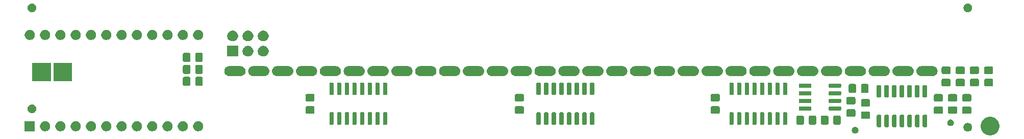
<source format=gbr>
G04 #@! TF.GenerationSoftware,KiCad,Pcbnew,5.1.6+dfsg1-1~bpo10+1*
G04 #@! TF.CreationDate,2020-08-19T20:33:55+03:00*
G04 #@! TF.ProjectId,CompactBeamspringP1,436f6d70-6163-4744-9265-616d73707269,0.0.3*
G04 #@! TF.SameCoordinates,PX66a9bd0PY78114e0*
G04 #@! TF.FileFunction,Soldermask,Bot*
G04 #@! TF.FilePolarity,Negative*
%FSLAX46Y46*%
G04 Gerber Fmt 4.6, Leading zero omitted, Abs format (unit mm)*
G04 Created by KiCad (PCBNEW 5.1.6+dfsg1-1~bpo10+1) date 2020-08-19 20:33:55*
%MOMM*%
%LPD*%
G01*
G04 APERTURE LIST*
%ADD10C,0.100000*%
G04 APERTURE END LIST*
D10*
G36*
X162152352Y3341204D02*
G01*
X162152355Y3341203D01*
X162152354Y3341203D01*
X162434580Y3224301D01*
X162688578Y3054585D01*
X162904585Y2838578D01*
X163074301Y2584580D01*
X163117931Y2479247D01*
X163191204Y2302352D01*
X163250800Y2002741D01*
X163250800Y1697259D01*
X163191204Y1397648D01*
X163191203Y1397646D01*
X163074301Y1115420D01*
X162904585Y861422D01*
X162688578Y645415D01*
X162434580Y475699D01*
X162235014Y393036D01*
X162152352Y358796D01*
X161852741Y299200D01*
X161547259Y299200D01*
X161247648Y358796D01*
X161164986Y393036D01*
X160965420Y475699D01*
X160711422Y645415D01*
X160495415Y861422D01*
X160325699Y1115420D01*
X160208797Y1397646D01*
X160208796Y1397648D01*
X160149200Y1697259D01*
X160149200Y2002741D01*
X160208796Y2302352D01*
X160282069Y2479247D01*
X160325699Y2584580D01*
X160495415Y2838578D01*
X160711422Y3054585D01*
X160965420Y3224301D01*
X161247646Y3341203D01*
X161247645Y3341203D01*
X161247648Y3341204D01*
X161547259Y3400800D01*
X161852741Y3400800D01*
X162152352Y3341204D01*
G37*
G36*
X139460662Y1704633D02*
G01*
X139560902Y1663113D01*
X139651114Y1602834D01*
X139727834Y1526114D01*
X139788113Y1435902D01*
X139829633Y1335662D01*
X139850800Y1229249D01*
X139850800Y1120751D01*
X139829633Y1014338D01*
X139788113Y914098D01*
X139727834Y823886D01*
X139651114Y747166D01*
X139560902Y686887D01*
X139460662Y645367D01*
X139354249Y624200D01*
X139245751Y624200D01*
X139139338Y645367D01*
X139039098Y686887D01*
X138948886Y747166D01*
X138872166Y823886D01*
X138811887Y914098D01*
X138770367Y1014338D01*
X138749200Y1120751D01*
X138749200Y1229249D01*
X138770367Y1335662D01*
X138811887Y1435902D01*
X138872166Y1526114D01*
X138948886Y1602834D01*
X139039098Y1663113D01*
X139139338Y1704633D01*
X139245751Y1725800D01*
X139354249Y1725800D01*
X139460662Y1704633D01*
G37*
G36*
X158211183Y2346177D02*
G01*
X158342943Y2291600D01*
X158461523Y2212367D01*
X158562367Y2111523D01*
X158641600Y1992943D01*
X158696177Y1861183D01*
X158724000Y1721308D01*
X158724000Y1578692D01*
X158696177Y1438817D01*
X158641600Y1307057D01*
X158562367Y1188477D01*
X158461523Y1087633D01*
X158342943Y1008400D01*
X158211183Y953823D01*
X158071308Y926000D01*
X157928692Y926000D01*
X157788817Y953823D01*
X157657057Y1008400D01*
X157538477Y1087633D01*
X157437633Y1188477D01*
X157358400Y1307057D01*
X157303823Y1438817D01*
X157276000Y1578692D01*
X157276000Y1721308D01*
X157303823Y1861183D01*
X157358400Y1992943D01*
X157437633Y2111523D01*
X157538477Y2212367D01*
X157657057Y2291600D01*
X157788817Y2346177D01*
X157928692Y2374000D01*
X158071308Y2374000D01*
X158211183Y2346177D01*
G37*
G36*
X15295069Y2651485D02*
G01*
X15449905Y2587349D01*
X15589254Y2494240D01*
X15707760Y2375734D01*
X15800869Y2236385D01*
X15865005Y2081549D01*
X15897700Y1917177D01*
X15897700Y1749583D01*
X15865005Y1585211D01*
X15800869Y1430375D01*
X15707760Y1291026D01*
X15589254Y1172520D01*
X15449905Y1079411D01*
X15295069Y1015275D01*
X15130697Y982580D01*
X14963103Y982580D01*
X14798731Y1015275D01*
X14643895Y1079411D01*
X14504546Y1172520D01*
X14386040Y1291026D01*
X14292931Y1430375D01*
X14228795Y1585211D01*
X14196100Y1749583D01*
X14196100Y1917177D01*
X14228795Y2081549D01*
X14292931Y2236385D01*
X14386040Y2375734D01*
X14504546Y2494240D01*
X14643895Y2587349D01*
X14798731Y2651485D01*
X14963103Y2684180D01*
X15130697Y2684180D01*
X15295069Y2651485D01*
G37*
G36*
X3197700Y982580D02*
G01*
X1496100Y982580D01*
X1496100Y2684180D01*
X3197700Y2684180D01*
X3197700Y982580D01*
G37*
G36*
X5135069Y2651485D02*
G01*
X5289905Y2587349D01*
X5429254Y2494240D01*
X5547760Y2375734D01*
X5640869Y2236385D01*
X5705005Y2081549D01*
X5737700Y1917177D01*
X5737700Y1749583D01*
X5705005Y1585211D01*
X5640869Y1430375D01*
X5547760Y1291026D01*
X5429254Y1172520D01*
X5289905Y1079411D01*
X5135069Y1015275D01*
X4970697Y982580D01*
X4803103Y982580D01*
X4638731Y1015275D01*
X4483895Y1079411D01*
X4344546Y1172520D01*
X4226040Y1291026D01*
X4132931Y1430375D01*
X4068795Y1585211D01*
X4036100Y1749583D01*
X4036100Y1917177D01*
X4068795Y2081549D01*
X4132931Y2236385D01*
X4226040Y2375734D01*
X4344546Y2494240D01*
X4483895Y2587349D01*
X4638731Y2651485D01*
X4803103Y2684180D01*
X4970697Y2684180D01*
X5135069Y2651485D01*
G37*
G36*
X7675069Y2651485D02*
G01*
X7829905Y2587349D01*
X7969254Y2494240D01*
X8087760Y2375734D01*
X8180869Y2236385D01*
X8245005Y2081549D01*
X8277700Y1917177D01*
X8277700Y1749583D01*
X8245005Y1585211D01*
X8180869Y1430375D01*
X8087760Y1291026D01*
X7969254Y1172520D01*
X7829905Y1079411D01*
X7675069Y1015275D01*
X7510697Y982580D01*
X7343103Y982580D01*
X7178731Y1015275D01*
X7023895Y1079411D01*
X6884546Y1172520D01*
X6766040Y1291026D01*
X6672931Y1430375D01*
X6608795Y1585211D01*
X6576100Y1749583D01*
X6576100Y1917177D01*
X6608795Y2081549D01*
X6672931Y2236385D01*
X6766040Y2375734D01*
X6884546Y2494240D01*
X7023895Y2587349D01*
X7178731Y2651485D01*
X7343103Y2684180D01*
X7510697Y2684180D01*
X7675069Y2651485D01*
G37*
G36*
X10215069Y2651485D02*
G01*
X10369905Y2587349D01*
X10509254Y2494240D01*
X10627760Y2375734D01*
X10720869Y2236385D01*
X10785005Y2081549D01*
X10817700Y1917177D01*
X10817700Y1749583D01*
X10785005Y1585211D01*
X10720869Y1430375D01*
X10627760Y1291026D01*
X10509254Y1172520D01*
X10369905Y1079411D01*
X10215069Y1015275D01*
X10050697Y982580D01*
X9883103Y982580D01*
X9718731Y1015275D01*
X9563895Y1079411D01*
X9424546Y1172520D01*
X9306040Y1291026D01*
X9212931Y1430375D01*
X9148795Y1585211D01*
X9116100Y1749583D01*
X9116100Y1917177D01*
X9148795Y2081549D01*
X9212931Y2236385D01*
X9306040Y2375734D01*
X9424546Y2494240D01*
X9563895Y2587349D01*
X9718731Y2651485D01*
X9883103Y2684180D01*
X10050697Y2684180D01*
X10215069Y2651485D01*
G37*
G36*
X12755069Y2651485D02*
G01*
X12909905Y2587349D01*
X13049254Y2494240D01*
X13167760Y2375734D01*
X13260869Y2236385D01*
X13325005Y2081549D01*
X13357700Y1917177D01*
X13357700Y1749583D01*
X13325005Y1585211D01*
X13260869Y1430375D01*
X13167760Y1291026D01*
X13049254Y1172520D01*
X12909905Y1079411D01*
X12755069Y1015275D01*
X12590697Y982580D01*
X12423103Y982580D01*
X12258731Y1015275D01*
X12103895Y1079411D01*
X11964546Y1172520D01*
X11846040Y1291026D01*
X11752931Y1430375D01*
X11688795Y1585211D01*
X11656100Y1749583D01*
X11656100Y1917177D01*
X11688795Y2081549D01*
X11752931Y2236385D01*
X11846040Y2375734D01*
X11964546Y2494240D01*
X12103895Y2587349D01*
X12258731Y2651485D01*
X12423103Y2684180D01*
X12590697Y2684180D01*
X12755069Y2651485D01*
G37*
G36*
X17835069Y2651485D02*
G01*
X17989905Y2587349D01*
X18129254Y2494240D01*
X18247760Y2375734D01*
X18340869Y2236385D01*
X18405005Y2081549D01*
X18437700Y1917177D01*
X18437700Y1749583D01*
X18405005Y1585211D01*
X18340869Y1430375D01*
X18247760Y1291026D01*
X18129254Y1172520D01*
X17989905Y1079411D01*
X17835069Y1015275D01*
X17670697Y982580D01*
X17503103Y982580D01*
X17338731Y1015275D01*
X17183895Y1079411D01*
X17044546Y1172520D01*
X16926040Y1291026D01*
X16832931Y1430375D01*
X16768795Y1585211D01*
X16736100Y1749583D01*
X16736100Y1917177D01*
X16768795Y2081549D01*
X16832931Y2236385D01*
X16926040Y2375734D01*
X17044546Y2494240D01*
X17183895Y2587349D01*
X17338731Y2651485D01*
X17503103Y2684180D01*
X17670697Y2684180D01*
X17835069Y2651485D01*
G37*
G36*
X20375069Y2651485D02*
G01*
X20529905Y2587349D01*
X20669254Y2494240D01*
X20787760Y2375734D01*
X20880869Y2236385D01*
X20945005Y2081549D01*
X20977700Y1917177D01*
X20977700Y1749583D01*
X20945005Y1585211D01*
X20880869Y1430375D01*
X20787760Y1291026D01*
X20669254Y1172520D01*
X20529905Y1079411D01*
X20375069Y1015275D01*
X20210697Y982580D01*
X20043103Y982580D01*
X19878731Y1015275D01*
X19723895Y1079411D01*
X19584546Y1172520D01*
X19466040Y1291026D01*
X19372931Y1430375D01*
X19308795Y1585211D01*
X19276100Y1749583D01*
X19276100Y1917177D01*
X19308795Y2081549D01*
X19372931Y2236385D01*
X19466040Y2375734D01*
X19584546Y2494240D01*
X19723895Y2587349D01*
X19878731Y2651485D01*
X20043103Y2684180D01*
X20210697Y2684180D01*
X20375069Y2651485D01*
G37*
G36*
X22915069Y2651485D02*
G01*
X23069905Y2587349D01*
X23209254Y2494240D01*
X23327760Y2375734D01*
X23420869Y2236385D01*
X23485005Y2081549D01*
X23517700Y1917177D01*
X23517700Y1749583D01*
X23485005Y1585211D01*
X23420869Y1430375D01*
X23327760Y1291026D01*
X23209254Y1172520D01*
X23069905Y1079411D01*
X22915069Y1015275D01*
X22750697Y982580D01*
X22583103Y982580D01*
X22418731Y1015275D01*
X22263895Y1079411D01*
X22124546Y1172520D01*
X22006040Y1291026D01*
X21912931Y1430375D01*
X21848795Y1585211D01*
X21816100Y1749583D01*
X21816100Y1917177D01*
X21848795Y2081549D01*
X21912931Y2236385D01*
X22006040Y2375734D01*
X22124546Y2494240D01*
X22263895Y2587349D01*
X22418731Y2651485D01*
X22583103Y2684180D01*
X22750697Y2684180D01*
X22915069Y2651485D01*
G37*
G36*
X27995069Y2651485D02*
G01*
X28149905Y2587349D01*
X28289254Y2494240D01*
X28407760Y2375734D01*
X28500869Y2236385D01*
X28565005Y2081549D01*
X28597700Y1917177D01*
X28597700Y1749583D01*
X28565005Y1585211D01*
X28500869Y1430375D01*
X28407760Y1291026D01*
X28289254Y1172520D01*
X28149905Y1079411D01*
X27995069Y1015275D01*
X27830697Y982580D01*
X27663103Y982580D01*
X27498731Y1015275D01*
X27343895Y1079411D01*
X27204546Y1172520D01*
X27086040Y1291026D01*
X26992931Y1430375D01*
X26928795Y1585211D01*
X26896100Y1749583D01*
X26896100Y1917177D01*
X26928795Y2081549D01*
X26992931Y2236385D01*
X27086040Y2375734D01*
X27204546Y2494240D01*
X27343895Y2587349D01*
X27498731Y2651485D01*
X27663103Y2684180D01*
X27830697Y2684180D01*
X27995069Y2651485D01*
G37*
G36*
X30535069Y2651485D02*
G01*
X30689905Y2587349D01*
X30829254Y2494240D01*
X30947760Y2375734D01*
X31040869Y2236385D01*
X31105005Y2081549D01*
X31137700Y1917177D01*
X31137700Y1749583D01*
X31105005Y1585211D01*
X31040869Y1430375D01*
X30947760Y1291026D01*
X30829254Y1172520D01*
X30689905Y1079411D01*
X30535069Y1015275D01*
X30370697Y982580D01*
X30203103Y982580D01*
X30038731Y1015275D01*
X29883895Y1079411D01*
X29744546Y1172520D01*
X29626040Y1291026D01*
X29532931Y1430375D01*
X29468795Y1585211D01*
X29436100Y1749583D01*
X29436100Y1917177D01*
X29468795Y2081549D01*
X29532931Y2236385D01*
X29626040Y2375734D01*
X29744546Y2494240D01*
X29883895Y2587349D01*
X30038731Y2651485D01*
X30203103Y2684180D01*
X30370697Y2684180D01*
X30535069Y2651485D01*
G37*
G36*
X25455069Y2651485D02*
G01*
X25609905Y2587349D01*
X25749254Y2494240D01*
X25867760Y2375734D01*
X25960869Y2236385D01*
X26025005Y2081549D01*
X26057700Y1917177D01*
X26057700Y1749583D01*
X26025005Y1585211D01*
X25960869Y1430375D01*
X25867760Y1291026D01*
X25749254Y1172520D01*
X25609905Y1079411D01*
X25455069Y1015275D01*
X25290697Y982580D01*
X25123103Y982580D01*
X24958731Y1015275D01*
X24803895Y1079411D01*
X24664546Y1172520D01*
X24546040Y1291026D01*
X24452931Y1430375D01*
X24388795Y1585211D01*
X24356100Y1749583D01*
X24356100Y1917177D01*
X24388795Y2081549D01*
X24452931Y2236385D01*
X24546040Y2375734D01*
X24664546Y2494240D01*
X24803895Y2587349D01*
X24958731Y2651485D01*
X25123103Y2684180D01*
X25290697Y2684180D01*
X25455069Y2651485D01*
G37*
G36*
X147282654Y3727756D02*
G01*
X147310779Y3719224D01*
X147336695Y3705372D01*
X147359409Y3686729D01*
X147378052Y3664015D01*
X147391904Y3638099D01*
X147400436Y3609974D01*
X147403560Y3578249D01*
X147403560Y1831911D01*
X147400436Y1800186D01*
X147391904Y1772061D01*
X147378052Y1746145D01*
X147359409Y1723431D01*
X147336695Y1704788D01*
X147310779Y1690936D01*
X147282654Y1682404D01*
X147250929Y1679280D01*
X146854591Y1679280D01*
X146822866Y1682404D01*
X146794741Y1690936D01*
X146768825Y1704788D01*
X146746111Y1723431D01*
X146727468Y1746145D01*
X146713616Y1772061D01*
X146705084Y1800186D01*
X146701960Y1831911D01*
X146701960Y3578249D01*
X146705084Y3609974D01*
X146713616Y3638099D01*
X146727468Y3664015D01*
X146746111Y3686729D01*
X146768825Y3705372D01*
X146794741Y3719224D01*
X146822866Y3727756D01*
X146854591Y3730880D01*
X147250929Y3730880D01*
X147282654Y3727756D01*
G37*
G36*
X146012654Y3727756D02*
G01*
X146040779Y3719224D01*
X146066695Y3705372D01*
X146089409Y3686729D01*
X146108052Y3664015D01*
X146121904Y3638099D01*
X146130436Y3609974D01*
X146133560Y3578249D01*
X146133560Y1831911D01*
X146130436Y1800186D01*
X146121904Y1772061D01*
X146108052Y1746145D01*
X146089409Y1723431D01*
X146066695Y1704788D01*
X146040779Y1690936D01*
X146012654Y1682404D01*
X145980929Y1679280D01*
X145584591Y1679280D01*
X145552866Y1682404D01*
X145524741Y1690936D01*
X145498825Y1704788D01*
X145476111Y1723431D01*
X145457468Y1746145D01*
X145443616Y1772061D01*
X145435084Y1800186D01*
X145431960Y1831911D01*
X145431960Y3578249D01*
X145435084Y3609974D01*
X145443616Y3638099D01*
X145457468Y3664015D01*
X145476111Y3686729D01*
X145498825Y3705372D01*
X145524741Y3719224D01*
X145552866Y3727756D01*
X145584591Y3730880D01*
X145980929Y3730880D01*
X146012654Y3727756D01*
G37*
G36*
X144742654Y3727756D02*
G01*
X144770779Y3719224D01*
X144796695Y3705372D01*
X144819409Y3686729D01*
X144838052Y3664015D01*
X144851904Y3638099D01*
X144860436Y3609974D01*
X144863560Y3578249D01*
X144863560Y1831911D01*
X144860436Y1800186D01*
X144851904Y1772061D01*
X144838052Y1746145D01*
X144819409Y1723431D01*
X144796695Y1704788D01*
X144770779Y1690936D01*
X144742654Y1682404D01*
X144710929Y1679280D01*
X144314591Y1679280D01*
X144282866Y1682404D01*
X144254741Y1690936D01*
X144228825Y1704788D01*
X144206111Y1723431D01*
X144187468Y1746145D01*
X144173616Y1772061D01*
X144165084Y1800186D01*
X144161960Y1831911D01*
X144161960Y3578249D01*
X144165084Y3609974D01*
X144173616Y3638099D01*
X144187468Y3664015D01*
X144206111Y3686729D01*
X144228825Y3705372D01*
X144254741Y3719224D01*
X144282866Y3727756D01*
X144314591Y3730880D01*
X144710929Y3730880D01*
X144742654Y3727756D01*
G37*
G36*
X149822654Y3727756D02*
G01*
X149850779Y3719224D01*
X149876695Y3705372D01*
X149899409Y3686729D01*
X149918052Y3664015D01*
X149931904Y3638099D01*
X149940436Y3609974D01*
X149943560Y3578249D01*
X149943560Y1831911D01*
X149940436Y1800186D01*
X149931904Y1772061D01*
X149918052Y1746145D01*
X149899409Y1723431D01*
X149876695Y1704788D01*
X149850779Y1690936D01*
X149822654Y1682404D01*
X149790929Y1679280D01*
X149394591Y1679280D01*
X149362866Y1682404D01*
X149334741Y1690936D01*
X149308825Y1704788D01*
X149286111Y1723431D01*
X149267468Y1746145D01*
X149253616Y1772061D01*
X149245084Y1800186D01*
X149241960Y1831911D01*
X149241960Y3578249D01*
X149245084Y3609974D01*
X149253616Y3638099D01*
X149267468Y3664015D01*
X149286111Y3686729D01*
X149308825Y3705372D01*
X149334741Y3719224D01*
X149362866Y3727756D01*
X149394591Y3730880D01*
X149790929Y3730880D01*
X149822654Y3727756D01*
G37*
G36*
X151092654Y3727756D02*
G01*
X151120779Y3719224D01*
X151146695Y3705372D01*
X151169409Y3686729D01*
X151188052Y3664015D01*
X151201904Y3638099D01*
X151210436Y3609974D01*
X151213560Y3578249D01*
X151213560Y1831911D01*
X151210436Y1800186D01*
X151201904Y1772061D01*
X151188052Y1746145D01*
X151169409Y1723431D01*
X151146695Y1704788D01*
X151120779Y1690936D01*
X151092654Y1682404D01*
X151060929Y1679280D01*
X150664591Y1679280D01*
X150632866Y1682404D01*
X150604741Y1690936D01*
X150578825Y1704788D01*
X150556111Y1723431D01*
X150537468Y1746145D01*
X150523616Y1772061D01*
X150515084Y1800186D01*
X150511960Y1831911D01*
X150511960Y3578249D01*
X150515084Y3609974D01*
X150523616Y3638099D01*
X150537468Y3664015D01*
X150556111Y3686729D01*
X150578825Y3705372D01*
X150604741Y3719224D01*
X150632866Y3727756D01*
X150664591Y3730880D01*
X151060929Y3730880D01*
X151092654Y3727756D01*
G37*
G36*
X143472654Y3727756D02*
G01*
X143500779Y3719224D01*
X143526695Y3705372D01*
X143549409Y3686729D01*
X143568052Y3664015D01*
X143581904Y3638099D01*
X143590436Y3609974D01*
X143593560Y3578249D01*
X143593560Y1831911D01*
X143590436Y1800186D01*
X143581904Y1772061D01*
X143568052Y1746145D01*
X143549409Y1723431D01*
X143526695Y1704788D01*
X143500779Y1690936D01*
X143472654Y1682404D01*
X143440929Y1679280D01*
X143044591Y1679280D01*
X143012866Y1682404D01*
X142984741Y1690936D01*
X142958825Y1704788D01*
X142936111Y1723431D01*
X142917468Y1746145D01*
X142903616Y1772061D01*
X142895084Y1800186D01*
X142891960Y1831911D01*
X142891960Y3578249D01*
X142895084Y3609974D01*
X142903616Y3638099D01*
X142917468Y3664015D01*
X142936111Y3686729D01*
X142958825Y3705372D01*
X142984741Y3719224D01*
X143012866Y3727756D01*
X143044591Y3730880D01*
X143440929Y3730880D01*
X143472654Y3727756D01*
G37*
G36*
X148552654Y3727756D02*
G01*
X148580779Y3719224D01*
X148606695Y3705372D01*
X148629409Y3686729D01*
X148648052Y3664015D01*
X148661904Y3638099D01*
X148670436Y3609974D01*
X148673560Y3578249D01*
X148673560Y1831911D01*
X148670436Y1800186D01*
X148661904Y1772061D01*
X148648052Y1746145D01*
X148629409Y1723431D01*
X148606695Y1704788D01*
X148580779Y1690936D01*
X148552654Y1682404D01*
X148520929Y1679280D01*
X148124591Y1679280D01*
X148092866Y1682404D01*
X148064741Y1690936D01*
X148038825Y1704788D01*
X148016111Y1723431D01*
X147997468Y1746145D01*
X147983616Y1772061D01*
X147975084Y1800186D01*
X147971960Y1831911D01*
X147971960Y3578249D01*
X147975084Y3609974D01*
X147983616Y3638099D01*
X147997468Y3664015D01*
X148016111Y3686729D01*
X148038825Y3705372D01*
X148064741Y3719224D01*
X148092866Y3727756D01*
X148124591Y3730880D01*
X148520929Y3730880D01*
X148552654Y3727756D01*
G37*
G36*
X155310662Y2954633D02*
G01*
X155410902Y2913113D01*
X155501114Y2852834D01*
X155577834Y2776114D01*
X155638113Y2685902D01*
X155679633Y2585662D01*
X155700800Y2479249D01*
X155700800Y2370751D01*
X155679633Y2264338D01*
X155638113Y2164098D01*
X155577834Y2073886D01*
X155501114Y1997166D01*
X155410902Y1936887D01*
X155310662Y1895367D01*
X155204249Y1874200D01*
X155095751Y1874200D01*
X154989338Y1895367D01*
X154889098Y1936887D01*
X154798886Y1997166D01*
X154722166Y2073886D01*
X154661887Y2164098D01*
X154620367Y2264338D01*
X154599200Y2370751D01*
X154599200Y2479249D01*
X154620367Y2585662D01*
X154661887Y2685902D01*
X154722166Y2776114D01*
X154798886Y2852834D01*
X154889098Y2913113D01*
X154989338Y2954633D01*
X155095751Y2975800D01*
X155204249Y2975800D01*
X155310662Y2954633D01*
G37*
G36*
X134682046Y3586620D02*
G01*
X134727682Y3572776D01*
X134769747Y3550292D01*
X134806615Y3520035D01*
X134836872Y3483167D01*
X134859356Y3441102D01*
X134873200Y3395466D01*
X134878120Y3345514D01*
X134878120Y2335966D01*
X134873200Y2286014D01*
X134859356Y2240378D01*
X134836872Y2198313D01*
X134806615Y2161445D01*
X134769747Y2131188D01*
X134727682Y2108704D01*
X134682046Y2094860D01*
X134632094Y2089940D01*
X133872546Y2089940D01*
X133822594Y2094860D01*
X133776958Y2108704D01*
X133734893Y2131188D01*
X133698025Y2161445D01*
X133667768Y2198313D01*
X133645284Y2240378D01*
X133631440Y2286014D01*
X133626520Y2335966D01*
X133626520Y3345514D01*
X133631440Y3395466D01*
X133645284Y3441102D01*
X133667768Y3483167D01*
X133698025Y3520035D01*
X133734893Y3550292D01*
X133776958Y3572776D01*
X133822594Y3586620D01*
X133872546Y3591540D01*
X134632094Y3591540D01*
X134682046Y3586620D01*
G37*
G36*
X132665506Y3586620D02*
G01*
X132711142Y3572776D01*
X132753207Y3550292D01*
X132790075Y3520035D01*
X132820332Y3483167D01*
X132842816Y3441102D01*
X132856660Y3395466D01*
X132861580Y3345514D01*
X132861580Y2335966D01*
X132856660Y2286014D01*
X132842816Y2240378D01*
X132820332Y2198313D01*
X132790075Y2161445D01*
X132753207Y2131188D01*
X132711142Y2108704D01*
X132665506Y2094860D01*
X132615554Y2089940D01*
X131856006Y2089940D01*
X131806054Y2094860D01*
X131760418Y2108704D01*
X131718353Y2131188D01*
X131681485Y2161445D01*
X131651228Y2198313D01*
X131628744Y2240378D01*
X131614900Y2286014D01*
X131609980Y2335966D01*
X131609980Y3345514D01*
X131614900Y3395466D01*
X131628744Y3441102D01*
X131651228Y3483167D01*
X131681485Y3520035D01*
X131718353Y3550292D01*
X131760418Y3572776D01*
X131806054Y3586620D01*
X131856006Y3591540D01*
X132615554Y3591540D01*
X132665506Y3586620D01*
G37*
G36*
X130615506Y3586620D02*
G01*
X130661142Y3572776D01*
X130703207Y3550292D01*
X130740075Y3520035D01*
X130770332Y3483167D01*
X130792816Y3441102D01*
X130806660Y3395466D01*
X130811580Y3345514D01*
X130811580Y2335966D01*
X130806660Y2286014D01*
X130792816Y2240378D01*
X130770332Y2198313D01*
X130740075Y2161445D01*
X130703207Y2131188D01*
X130661142Y2108704D01*
X130615506Y2094860D01*
X130565554Y2089940D01*
X129806006Y2089940D01*
X129756054Y2094860D01*
X129710418Y2108704D01*
X129668353Y2131188D01*
X129631485Y2161445D01*
X129601228Y2198313D01*
X129578744Y2240378D01*
X129564900Y2286014D01*
X129559980Y2335966D01*
X129559980Y3345514D01*
X129564900Y3395466D01*
X129578744Y3441102D01*
X129601228Y3483167D01*
X129631485Y3520035D01*
X129668353Y3550292D01*
X129710418Y3572776D01*
X129756054Y3586620D01*
X129806006Y3591540D01*
X130565554Y3591540D01*
X130615506Y3586620D01*
G37*
G36*
X136732046Y3586620D02*
G01*
X136777682Y3572776D01*
X136819747Y3550292D01*
X136856615Y3520035D01*
X136886872Y3483167D01*
X136909356Y3441102D01*
X136923200Y3395466D01*
X136928120Y3345514D01*
X136928120Y2335966D01*
X136923200Y2286014D01*
X136909356Y2240378D01*
X136886872Y2198313D01*
X136856615Y2161445D01*
X136819747Y2131188D01*
X136777682Y2108704D01*
X136732046Y2094860D01*
X136682094Y2089940D01*
X135922546Y2089940D01*
X135872594Y2094860D01*
X135826958Y2108704D01*
X135784893Y2131188D01*
X135748025Y2161445D01*
X135717768Y2198313D01*
X135695284Y2240378D01*
X135681440Y2286014D01*
X135676520Y2335966D01*
X135676520Y3345514D01*
X135681440Y3395466D01*
X135695284Y3441102D01*
X135717768Y3483167D01*
X135748025Y3520035D01*
X135784893Y3550292D01*
X135826958Y3572776D01*
X135872594Y3586620D01*
X135922546Y3591540D01*
X136682094Y3591540D01*
X136732046Y3586620D01*
G37*
G36*
X95880674Y4144316D02*
G01*
X95908799Y4135784D01*
X95934715Y4121932D01*
X95957429Y4103289D01*
X95976072Y4080575D01*
X95989924Y4054659D01*
X95998456Y4026534D01*
X96001580Y3994809D01*
X96001580Y2248471D01*
X95998456Y2216746D01*
X95989924Y2188621D01*
X95976072Y2162705D01*
X95957429Y2139991D01*
X95934715Y2121348D01*
X95908799Y2107496D01*
X95880674Y2098964D01*
X95848949Y2095840D01*
X95452611Y2095840D01*
X95420886Y2098964D01*
X95392761Y2107496D01*
X95366845Y2121348D01*
X95344131Y2139991D01*
X95325488Y2162705D01*
X95311636Y2188621D01*
X95303104Y2216746D01*
X95299980Y2248471D01*
X95299980Y3994809D01*
X95303104Y4026534D01*
X95311636Y4054659D01*
X95325488Y4080575D01*
X95344131Y4103289D01*
X95366845Y4121932D01*
X95392761Y4135784D01*
X95420886Y4144316D01*
X95452611Y4147440D01*
X95848949Y4147440D01*
X95880674Y4144316D01*
G37*
G36*
X122832614Y4144316D02*
G01*
X122860739Y4135784D01*
X122886655Y4121932D01*
X122909369Y4103289D01*
X122928012Y4080575D01*
X122941864Y4054659D01*
X122950396Y4026534D01*
X122953520Y3994809D01*
X122953520Y2248471D01*
X122950396Y2216746D01*
X122941864Y2188621D01*
X122928012Y2162705D01*
X122909369Y2139991D01*
X122886655Y2121348D01*
X122860739Y2107496D01*
X122832614Y2098964D01*
X122800889Y2095840D01*
X122404551Y2095840D01*
X122372826Y2098964D01*
X122344701Y2107496D01*
X122318785Y2121348D01*
X122296071Y2139991D01*
X122277428Y2162705D01*
X122263576Y2188621D01*
X122255044Y2216746D01*
X122251920Y2248471D01*
X122251920Y3994809D01*
X122255044Y4026534D01*
X122263576Y4054659D01*
X122277428Y4080575D01*
X122296071Y4103289D01*
X122318785Y4121932D01*
X122344701Y4135784D01*
X122372826Y4144316D01*
X122404551Y4147440D01*
X122800889Y4147440D01*
X122832614Y4144316D01*
G37*
G36*
X121562614Y4144316D02*
G01*
X121590739Y4135784D01*
X121616655Y4121932D01*
X121639369Y4103289D01*
X121658012Y4080575D01*
X121671864Y4054659D01*
X121680396Y4026534D01*
X121683520Y3994809D01*
X121683520Y2248471D01*
X121680396Y2216746D01*
X121671864Y2188621D01*
X121658012Y2162705D01*
X121639369Y2139991D01*
X121616655Y2121348D01*
X121590739Y2107496D01*
X121562614Y2098964D01*
X121530889Y2095840D01*
X121134551Y2095840D01*
X121102826Y2098964D01*
X121074701Y2107496D01*
X121048785Y2121348D01*
X121026071Y2139991D01*
X121007428Y2162705D01*
X120993576Y2188621D01*
X120985044Y2216746D01*
X120981920Y2248471D01*
X120981920Y3994809D01*
X120985044Y4026534D01*
X120993576Y4054659D01*
X121007428Y4080575D01*
X121026071Y4103289D01*
X121048785Y4121932D01*
X121074701Y4135784D01*
X121102826Y4144316D01*
X121134551Y4147440D01*
X121530889Y4147440D01*
X121562614Y4144316D01*
G37*
G36*
X120292614Y4144316D02*
G01*
X120320739Y4135784D01*
X120346655Y4121932D01*
X120369369Y4103289D01*
X120388012Y4080575D01*
X120401864Y4054659D01*
X120410396Y4026534D01*
X120413520Y3994809D01*
X120413520Y2248471D01*
X120410396Y2216746D01*
X120401864Y2188621D01*
X120388012Y2162705D01*
X120369369Y2139991D01*
X120346655Y2121348D01*
X120320739Y2107496D01*
X120292614Y2098964D01*
X120260889Y2095840D01*
X119864551Y2095840D01*
X119832826Y2098964D01*
X119804701Y2107496D01*
X119778785Y2121348D01*
X119756071Y2139991D01*
X119737428Y2162705D01*
X119723576Y2188621D01*
X119715044Y2216746D01*
X119711920Y2248471D01*
X119711920Y3994809D01*
X119715044Y4026534D01*
X119723576Y4054659D01*
X119737428Y4080575D01*
X119756071Y4103289D01*
X119778785Y4121932D01*
X119804701Y4135784D01*
X119832826Y4144316D01*
X119864551Y4147440D01*
X120260889Y4147440D01*
X120292614Y4144316D01*
G37*
G36*
X119022614Y4144316D02*
G01*
X119050739Y4135784D01*
X119076655Y4121932D01*
X119099369Y4103289D01*
X119118012Y4080575D01*
X119131864Y4054659D01*
X119140396Y4026534D01*
X119143520Y3994809D01*
X119143520Y2248471D01*
X119140396Y2216746D01*
X119131864Y2188621D01*
X119118012Y2162705D01*
X119099369Y2139991D01*
X119076655Y2121348D01*
X119050739Y2107496D01*
X119022614Y2098964D01*
X118990889Y2095840D01*
X118594551Y2095840D01*
X118562826Y2098964D01*
X118534701Y2107496D01*
X118508785Y2121348D01*
X118486071Y2139991D01*
X118467428Y2162705D01*
X118453576Y2188621D01*
X118445044Y2216746D01*
X118441920Y2248471D01*
X118441920Y3994809D01*
X118445044Y4026534D01*
X118453576Y4054659D01*
X118467428Y4080575D01*
X118486071Y4103289D01*
X118508785Y4121932D01*
X118534701Y4135784D01*
X118562826Y4144316D01*
X118594551Y4147440D01*
X118990889Y4147440D01*
X119022614Y4144316D01*
G37*
G36*
X86990674Y4144316D02*
G01*
X87018799Y4135784D01*
X87044715Y4121932D01*
X87067429Y4103289D01*
X87086072Y4080575D01*
X87099924Y4054659D01*
X87108456Y4026534D01*
X87111580Y3994809D01*
X87111580Y2248471D01*
X87108456Y2216746D01*
X87099924Y2188621D01*
X87086072Y2162705D01*
X87067429Y2139991D01*
X87044715Y2121348D01*
X87018799Y2107496D01*
X86990674Y2098964D01*
X86958949Y2095840D01*
X86562611Y2095840D01*
X86530886Y2098964D01*
X86502761Y2107496D01*
X86476845Y2121348D01*
X86454131Y2139991D01*
X86435488Y2162705D01*
X86421636Y2188621D01*
X86413104Y2216746D01*
X86409980Y2248471D01*
X86409980Y3994809D01*
X86413104Y4026534D01*
X86421636Y4054659D01*
X86435488Y4080575D01*
X86454131Y4103289D01*
X86476845Y4121932D01*
X86502761Y4135784D01*
X86530886Y4144316D01*
X86562611Y4147440D01*
X86958949Y4147440D01*
X86990674Y4144316D01*
G37*
G36*
X88260674Y4144316D02*
G01*
X88288799Y4135784D01*
X88314715Y4121932D01*
X88337429Y4103289D01*
X88356072Y4080575D01*
X88369924Y4054659D01*
X88378456Y4026534D01*
X88381580Y3994809D01*
X88381580Y2248471D01*
X88378456Y2216746D01*
X88369924Y2188621D01*
X88356072Y2162705D01*
X88337429Y2139991D01*
X88314715Y2121348D01*
X88288799Y2107496D01*
X88260674Y2098964D01*
X88228949Y2095840D01*
X87832611Y2095840D01*
X87800886Y2098964D01*
X87772761Y2107496D01*
X87746845Y2121348D01*
X87724131Y2139991D01*
X87705488Y2162705D01*
X87691636Y2188621D01*
X87683104Y2216746D01*
X87679980Y2248471D01*
X87679980Y3994809D01*
X87683104Y4026534D01*
X87691636Y4054659D01*
X87705488Y4080575D01*
X87724131Y4103289D01*
X87746845Y4121932D01*
X87772761Y4135784D01*
X87800886Y4144316D01*
X87832611Y4147440D01*
X88228949Y4147440D01*
X88260674Y4144316D01*
G37*
G36*
X89530674Y4144316D02*
G01*
X89558799Y4135784D01*
X89584715Y4121932D01*
X89607429Y4103289D01*
X89626072Y4080575D01*
X89639924Y4054659D01*
X89648456Y4026534D01*
X89651580Y3994809D01*
X89651580Y2248471D01*
X89648456Y2216746D01*
X89639924Y2188621D01*
X89626072Y2162705D01*
X89607429Y2139991D01*
X89584715Y2121348D01*
X89558799Y2107496D01*
X89530674Y2098964D01*
X89498949Y2095840D01*
X89102611Y2095840D01*
X89070886Y2098964D01*
X89042761Y2107496D01*
X89016845Y2121348D01*
X88994131Y2139991D01*
X88975488Y2162705D01*
X88961636Y2188621D01*
X88953104Y2216746D01*
X88949980Y2248471D01*
X88949980Y3994809D01*
X88953104Y4026534D01*
X88961636Y4054659D01*
X88975488Y4080575D01*
X88994131Y4103289D01*
X89016845Y4121932D01*
X89042761Y4135784D01*
X89070886Y4144316D01*
X89102611Y4147440D01*
X89498949Y4147440D01*
X89530674Y4144316D01*
G37*
G36*
X92070674Y4144316D02*
G01*
X92098799Y4135784D01*
X92124715Y4121932D01*
X92147429Y4103289D01*
X92166072Y4080575D01*
X92179924Y4054659D01*
X92188456Y4026534D01*
X92191580Y3994809D01*
X92191580Y2248471D01*
X92188456Y2216746D01*
X92179924Y2188621D01*
X92166072Y2162705D01*
X92147429Y2139991D01*
X92124715Y2121348D01*
X92098799Y2107496D01*
X92070674Y2098964D01*
X92038949Y2095840D01*
X91642611Y2095840D01*
X91610886Y2098964D01*
X91582761Y2107496D01*
X91556845Y2121348D01*
X91534131Y2139991D01*
X91515488Y2162705D01*
X91501636Y2188621D01*
X91493104Y2216746D01*
X91489980Y2248471D01*
X91489980Y3994809D01*
X91493104Y4026534D01*
X91501636Y4054659D01*
X91515488Y4080575D01*
X91534131Y4103289D01*
X91556845Y4121932D01*
X91582761Y4135784D01*
X91610886Y4144316D01*
X91642611Y4147440D01*
X92038949Y4147440D01*
X92070674Y4144316D01*
G37*
G36*
X93340674Y4144316D02*
G01*
X93368799Y4135784D01*
X93394715Y4121932D01*
X93417429Y4103289D01*
X93436072Y4080575D01*
X93449924Y4054659D01*
X93458456Y4026534D01*
X93461580Y3994809D01*
X93461580Y2248471D01*
X93458456Y2216746D01*
X93449924Y2188621D01*
X93436072Y2162705D01*
X93417429Y2139991D01*
X93394715Y2121348D01*
X93368799Y2107496D01*
X93340674Y2098964D01*
X93308949Y2095840D01*
X92912611Y2095840D01*
X92880886Y2098964D01*
X92852761Y2107496D01*
X92826845Y2121348D01*
X92804131Y2139991D01*
X92785488Y2162705D01*
X92771636Y2188621D01*
X92763104Y2216746D01*
X92759980Y2248471D01*
X92759980Y3994809D01*
X92763104Y4026534D01*
X92771636Y4054659D01*
X92785488Y4080575D01*
X92804131Y4103289D01*
X92826845Y4121932D01*
X92852761Y4135784D01*
X92880886Y4144316D01*
X92912611Y4147440D01*
X93308949Y4147440D01*
X93340674Y4144316D01*
G37*
G36*
X94610674Y4144316D02*
G01*
X94638799Y4135784D01*
X94664715Y4121932D01*
X94687429Y4103289D01*
X94706072Y4080575D01*
X94719924Y4054659D01*
X94728456Y4026534D01*
X94731580Y3994809D01*
X94731580Y2248471D01*
X94728456Y2216746D01*
X94719924Y2188621D01*
X94706072Y2162705D01*
X94687429Y2139991D01*
X94664715Y2121348D01*
X94638799Y2107496D01*
X94610674Y2098964D01*
X94578949Y2095840D01*
X94182611Y2095840D01*
X94150886Y2098964D01*
X94122761Y2107496D01*
X94096845Y2121348D01*
X94074131Y2139991D01*
X94055488Y2162705D01*
X94041636Y2188621D01*
X94033104Y2216746D01*
X94029980Y2248471D01*
X94029980Y3994809D01*
X94033104Y4026534D01*
X94041636Y4054659D01*
X94055488Y4080575D01*
X94074131Y4103289D01*
X94096845Y4121932D01*
X94122761Y4135784D01*
X94150886Y4144316D01*
X94182611Y4147440D01*
X94578949Y4147440D01*
X94610674Y4144316D01*
G37*
G36*
X90800674Y4144316D02*
G01*
X90828799Y4135784D01*
X90854715Y4121932D01*
X90877429Y4103289D01*
X90896072Y4080575D01*
X90909924Y4054659D01*
X90918456Y4026534D01*
X90921580Y3994809D01*
X90921580Y2248471D01*
X90918456Y2216746D01*
X90909924Y2188621D01*
X90896072Y2162705D01*
X90877429Y2139991D01*
X90854715Y2121348D01*
X90828799Y2107496D01*
X90800674Y2098964D01*
X90768949Y2095840D01*
X90372611Y2095840D01*
X90340886Y2098964D01*
X90312761Y2107496D01*
X90286845Y2121348D01*
X90264131Y2139991D01*
X90245488Y2162705D01*
X90231636Y2188621D01*
X90223104Y2216746D01*
X90219980Y2248471D01*
X90219980Y3994809D01*
X90223104Y4026534D01*
X90231636Y4054659D01*
X90245488Y4080575D01*
X90264131Y4103289D01*
X90286845Y4121932D01*
X90312761Y4135784D01*
X90340886Y4144316D01*
X90372611Y4147440D01*
X90768949Y4147440D01*
X90800674Y4144316D01*
G37*
G36*
X125372614Y4144316D02*
G01*
X125400739Y4135784D01*
X125426655Y4121932D01*
X125449369Y4103289D01*
X125468012Y4080575D01*
X125481864Y4054659D01*
X125490396Y4026534D01*
X125493520Y3994809D01*
X125493520Y2248471D01*
X125490396Y2216746D01*
X125481864Y2188621D01*
X125468012Y2162705D01*
X125449369Y2139991D01*
X125426655Y2121348D01*
X125400739Y2107496D01*
X125372614Y2098964D01*
X125340889Y2095840D01*
X124944551Y2095840D01*
X124912826Y2098964D01*
X124884701Y2107496D01*
X124858785Y2121348D01*
X124836071Y2139991D01*
X124817428Y2162705D01*
X124803576Y2188621D01*
X124795044Y2216746D01*
X124791920Y2248471D01*
X124791920Y3994809D01*
X124795044Y4026534D01*
X124803576Y4054659D01*
X124817428Y4080575D01*
X124836071Y4103289D01*
X124858785Y4121932D01*
X124884701Y4135784D01*
X124912826Y4144316D01*
X124944551Y4147440D01*
X125340889Y4147440D01*
X125372614Y4144316D01*
G37*
G36*
X126642614Y4144316D02*
G01*
X126670739Y4135784D01*
X126696655Y4121932D01*
X126719369Y4103289D01*
X126738012Y4080575D01*
X126751864Y4054659D01*
X126760396Y4026534D01*
X126763520Y3994809D01*
X126763520Y2248471D01*
X126760396Y2216746D01*
X126751864Y2188621D01*
X126738012Y2162705D01*
X126719369Y2139991D01*
X126696655Y2121348D01*
X126670739Y2107496D01*
X126642614Y2098964D01*
X126610889Y2095840D01*
X126214551Y2095840D01*
X126182826Y2098964D01*
X126154701Y2107496D01*
X126128785Y2121348D01*
X126106071Y2139991D01*
X126087428Y2162705D01*
X126073576Y2188621D01*
X126065044Y2216746D01*
X126061920Y2248471D01*
X126061920Y3994809D01*
X126065044Y4026534D01*
X126073576Y4054659D01*
X126087428Y4080575D01*
X126106071Y4103289D01*
X126128785Y4121932D01*
X126154701Y4135784D01*
X126182826Y4144316D01*
X126214551Y4147440D01*
X126610889Y4147440D01*
X126642614Y4144316D01*
G37*
G36*
X127912614Y4144316D02*
G01*
X127940739Y4135784D01*
X127966655Y4121932D01*
X127989369Y4103289D01*
X128008012Y4080575D01*
X128021864Y4054659D01*
X128030396Y4026534D01*
X128033520Y3994809D01*
X128033520Y2248471D01*
X128030396Y2216746D01*
X128021864Y2188621D01*
X128008012Y2162705D01*
X127989369Y2139991D01*
X127966655Y2121348D01*
X127940739Y2107496D01*
X127912614Y2098964D01*
X127880889Y2095840D01*
X127484551Y2095840D01*
X127452826Y2098964D01*
X127424701Y2107496D01*
X127398785Y2121348D01*
X127376071Y2139991D01*
X127357428Y2162705D01*
X127343576Y2188621D01*
X127335044Y2216746D01*
X127331920Y2248471D01*
X127331920Y3994809D01*
X127335044Y4026534D01*
X127343576Y4054659D01*
X127357428Y4080575D01*
X127376071Y4103289D01*
X127398785Y4121932D01*
X127424701Y4135784D01*
X127452826Y4144316D01*
X127484551Y4147440D01*
X127880889Y4147440D01*
X127912614Y4144316D01*
G37*
G36*
X52644794Y4144316D02*
G01*
X52672919Y4135784D01*
X52698835Y4121932D01*
X52721549Y4103289D01*
X52740192Y4080575D01*
X52754044Y4054659D01*
X52762576Y4026534D01*
X52765700Y3994809D01*
X52765700Y2248471D01*
X52762576Y2216746D01*
X52754044Y2188621D01*
X52740192Y2162705D01*
X52721549Y2139991D01*
X52698835Y2121348D01*
X52672919Y2107496D01*
X52644794Y2098964D01*
X52613069Y2095840D01*
X52216731Y2095840D01*
X52185006Y2098964D01*
X52156881Y2107496D01*
X52130965Y2121348D01*
X52108251Y2139991D01*
X52089608Y2162705D01*
X52075756Y2188621D01*
X52067224Y2216746D01*
X52064100Y2248471D01*
X52064100Y3994809D01*
X52067224Y4026534D01*
X52075756Y4054659D01*
X52089608Y4080575D01*
X52108251Y4103289D01*
X52130965Y4121932D01*
X52156881Y4135784D01*
X52185006Y4144316D01*
X52216731Y4147440D01*
X52613069Y4147440D01*
X52644794Y4144316D01*
G37*
G36*
X53914794Y4144316D02*
G01*
X53942919Y4135784D01*
X53968835Y4121932D01*
X53991549Y4103289D01*
X54010192Y4080575D01*
X54024044Y4054659D01*
X54032576Y4026534D01*
X54035700Y3994809D01*
X54035700Y2248471D01*
X54032576Y2216746D01*
X54024044Y2188621D01*
X54010192Y2162705D01*
X53991549Y2139991D01*
X53968835Y2121348D01*
X53942919Y2107496D01*
X53914794Y2098964D01*
X53883069Y2095840D01*
X53486731Y2095840D01*
X53455006Y2098964D01*
X53426881Y2107496D01*
X53400965Y2121348D01*
X53378251Y2139991D01*
X53359608Y2162705D01*
X53345756Y2188621D01*
X53337224Y2216746D01*
X53334100Y2248471D01*
X53334100Y3994809D01*
X53337224Y4026534D01*
X53345756Y4054659D01*
X53359608Y4080575D01*
X53378251Y4103289D01*
X53400965Y4121932D01*
X53426881Y4135784D01*
X53455006Y4144316D01*
X53486731Y4147440D01*
X53883069Y4147440D01*
X53914794Y4144316D01*
G37*
G36*
X55184794Y4144316D02*
G01*
X55212919Y4135784D01*
X55238835Y4121932D01*
X55261549Y4103289D01*
X55280192Y4080575D01*
X55294044Y4054659D01*
X55302576Y4026534D01*
X55305700Y3994809D01*
X55305700Y2248471D01*
X55302576Y2216746D01*
X55294044Y2188621D01*
X55280192Y2162705D01*
X55261549Y2139991D01*
X55238835Y2121348D01*
X55212919Y2107496D01*
X55184794Y2098964D01*
X55153069Y2095840D01*
X54756731Y2095840D01*
X54725006Y2098964D01*
X54696881Y2107496D01*
X54670965Y2121348D01*
X54648251Y2139991D01*
X54629608Y2162705D01*
X54615756Y2188621D01*
X54607224Y2216746D01*
X54604100Y2248471D01*
X54604100Y3994809D01*
X54607224Y4026534D01*
X54615756Y4054659D01*
X54629608Y4080575D01*
X54648251Y4103289D01*
X54670965Y4121932D01*
X54696881Y4135784D01*
X54725006Y4144316D01*
X54756731Y4147440D01*
X55153069Y4147440D01*
X55184794Y4144316D01*
G37*
G36*
X56454794Y4144316D02*
G01*
X56482919Y4135784D01*
X56508835Y4121932D01*
X56531549Y4103289D01*
X56550192Y4080575D01*
X56564044Y4054659D01*
X56572576Y4026534D01*
X56575700Y3994809D01*
X56575700Y2248471D01*
X56572576Y2216746D01*
X56564044Y2188621D01*
X56550192Y2162705D01*
X56531549Y2139991D01*
X56508835Y2121348D01*
X56482919Y2107496D01*
X56454794Y2098964D01*
X56423069Y2095840D01*
X56026731Y2095840D01*
X55995006Y2098964D01*
X55966881Y2107496D01*
X55940965Y2121348D01*
X55918251Y2139991D01*
X55899608Y2162705D01*
X55885756Y2188621D01*
X55877224Y2216746D01*
X55874100Y2248471D01*
X55874100Y3994809D01*
X55877224Y4026534D01*
X55885756Y4054659D01*
X55899608Y4080575D01*
X55918251Y4103289D01*
X55940965Y4121932D01*
X55966881Y4135784D01*
X55995006Y4144316D01*
X56026731Y4147440D01*
X56423069Y4147440D01*
X56454794Y4144316D01*
G37*
G36*
X57724794Y4144316D02*
G01*
X57752919Y4135784D01*
X57778835Y4121932D01*
X57801549Y4103289D01*
X57820192Y4080575D01*
X57834044Y4054659D01*
X57842576Y4026534D01*
X57845700Y3994809D01*
X57845700Y2248471D01*
X57842576Y2216746D01*
X57834044Y2188621D01*
X57820192Y2162705D01*
X57801549Y2139991D01*
X57778835Y2121348D01*
X57752919Y2107496D01*
X57724794Y2098964D01*
X57693069Y2095840D01*
X57296731Y2095840D01*
X57265006Y2098964D01*
X57236881Y2107496D01*
X57210965Y2121348D01*
X57188251Y2139991D01*
X57169608Y2162705D01*
X57155756Y2188621D01*
X57147224Y2216746D01*
X57144100Y2248471D01*
X57144100Y3994809D01*
X57147224Y4026534D01*
X57155756Y4054659D01*
X57169608Y4080575D01*
X57188251Y4103289D01*
X57210965Y4121932D01*
X57236881Y4135784D01*
X57265006Y4144316D01*
X57296731Y4147440D01*
X57693069Y4147440D01*
X57724794Y4144316D01*
G37*
G36*
X58994794Y4144316D02*
G01*
X59022919Y4135784D01*
X59048835Y4121932D01*
X59071549Y4103289D01*
X59090192Y4080575D01*
X59104044Y4054659D01*
X59112576Y4026534D01*
X59115700Y3994809D01*
X59115700Y2248471D01*
X59112576Y2216746D01*
X59104044Y2188621D01*
X59090192Y2162705D01*
X59071549Y2139991D01*
X59048835Y2121348D01*
X59022919Y2107496D01*
X58994794Y2098964D01*
X58963069Y2095840D01*
X58566731Y2095840D01*
X58535006Y2098964D01*
X58506881Y2107496D01*
X58480965Y2121348D01*
X58458251Y2139991D01*
X58439608Y2162705D01*
X58425756Y2188621D01*
X58417224Y2216746D01*
X58414100Y2248471D01*
X58414100Y3994809D01*
X58417224Y4026534D01*
X58425756Y4054659D01*
X58439608Y4080575D01*
X58458251Y4103289D01*
X58480965Y4121932D01*
X58506881Y4135784D01*
X58535006Y4144316D01*
X58566731Y4147440D01*
X58963069Y4147440D01*
X58994794Y4144316D01*
G37*
G36*
X60264794Y4144316D02*
G01*
X60292919Y4135784D01*
X60318835Y4121932D01*
X60341549Y4103289D01*
X60360192Y4080575D01*
X60374044Y4054659D01*
X60382576Y4026534D01*
X60385700Y3994809D01*
X60385700Y2248471D01*
X60382576Y2216746D01*
X60374044Y2188621D01*
X60360192Y2162705D01*
X60341549Y2139991D01*
X60318835Y2121348D01*
X60292919Y2107496D01*
X60264794Y2098964D01*
X60233069Y2095840D01*
X59836731Y2095840D01*
X59805006Y2098964D01*
X59776881Y2107496D01*
X59750965Y2121348D01*
X59728251Y2139991D01*
X59709608Y2162705D01*
X59695756Y2188621D01*
X59687224Y2216746D01*
X59684100Y2248471D01*
X59684100Y3994809D01*
X59687224Y4026534D01*
X59695756Y4054659D01*
X59709608Y4080575D01*
X59728251Y4103289D01*
X59750965Y4121932D01*
X59776881Y4135784D01*
X59805006Y4144316D01*
X59836731Y4147440D01*
X60233069Y4147440D01*
X60264794Y4144316D01*
G37*
G36*
X61534794Y4144316D02*
G01*
X61562919Y4135784D01*
X61588835Y4121932D01*
X61611549Y4103289D01*
X61630192Y4080575D01*
X61644044Y4054659D01*
X61652576Y4026534D01*
X61655700Y3994809D01*
X61655700Y2248471D01*
X61652576Y2216746D01*
X61644044Y2188621D01*
X61630192Y2162705D01*
X61611549Y2139991D01*
X61588835Y2121348D01*
X61562919Y2107496D01*
X61534794Y2098964D01*
X61503069Y2095840D01*
X61106731Y2095840D01*
X61075006Y2098964D01*
X61046881Y2107496D01*
X61020965Y2121348D01*
X60998251Y2139991D01*
X60979608Y2162705D01*
X60965756Y2188621D01*
X60957224Y2216746D01*
X60954100Y2248471D01*
X60954100Y3994809D01*
X60957224Y4026534D01*
X60965756Y4054659D01*
X60979608Y4080575D01*
X60998251Y4103289D01*
X61020965Y4121932D01*
X61046881Y4135784D01*
X61075006Y4144316D01*
X61106731Y4147440D01*
X61503069Y4147440D01*
X61534794Y4144316D01*
G37*
G36*
X124102614Y4144316D02*
G01*
X124130739Y4135784D01*
X124156655Y4121932D01*
X124179369Y4103289D01*
X124198012Y4080575D01*
X124211864Y4054659D01*
X124220396Y4026534D01*
X124223520Y3994809D01*
X124223520Y2248471D01*
X124220396Y2216746D01*
X124211864Y2188621D01*
X124198012Y2162705D01*
X124179369Y2139991D01*
X124156655Y2121348D01*
X124130739Y2107496D01*
X124102614Y2098964D01*
X124070889Y2095840D01*
X123674551Y2095840D01*
X123642826Y2098964D01*
X123614701Y2107496D01*
X123588785Y2121348D01*
X123566071Y2139991D01*
X123547428Y2162705D01*
X123533576Y2188621D01*
X123525044Y2216746D01*
X123521920Y2248471D01*
X123521920Y3994809D01*
X123525044Y4026534D01*
X123533576Y4054659D01*
X123547428Y4080575D01*
X123566071Y4103289D01*
X123588785Y4121932D01*
X123614701Y4135784D01*
X123642826Y4144316D01*
X123674551Y4147440D01*
X124070889Y4147440D01*
X124102614Y4144316D01*
G37*
G36*
X141587686Y4293360D02*
G01*
X141633322Y4279516D01*
X141675387Y4257032D01*
X141712255Y4226775D01*
X141742512Y4189907D01*
X141764996Y4147842D01*
X141778840Y4102206D01*
X141783760Y4052254D01*
X141783760Y3292706D01*
X141778840Y3242754D01*
X141764996Y3197118D01*
X141742512Y3155053D01*
X141712255Y3118185D01*
X141675387Y3087928D01*
X141633322Y3065444D01*
X141587686Y3051600D01*
X141537734Y3046680D01*
X140528186Y3046680D01*
X140478234Y3051600D01*
X140432598Y3065444D01*
X140390533Y3087928D01*
X140353665Y3118185D01*
X140323408Y3155053D01*
X140300924Y3197118D01*
X140287080Y3242754D01*
X140282160Y3292706D01*
X140282160Y4052254D01*
X140287080Y4102206D01*
X140300924Y4147842D01*
X140323408Y4189907D01*
X140353665Y4226775D01*
X140390533Y4257032D01*
X140432598Y4279516D01*
X140478234Y4293360D01*
X140528186Y4298280D01*
X141537734Y4298280D01*
X141587686Y4293360D01*
G37*
G36*
X139146746Y4664200D02*
G01*
X139192382Y4650356D01*
X139234447Y4627872D01*
X139271315Y4597615D01*
X139301572Y4560747D01*
X139324056Y4518682D01*
X139337900Y4473046D01*
X139342820Y4423094D01*
X139342820Y3663546D01*
X139337900Y3613594D01*
X139324056Y3567958D01*
X139301572Y3525893D01*
X139271315Y3489025D01*
X139234447Y3458768D01*
X139192382Y3436284D01*
X139146746Y3422440D01*
X139096794Y3417520D01*
X138087246Y3417520D01*
X138037294Y3422440D01*
X137991658Y3436284D01*
X137949593Y3458768D01*
X137912725Y3489025D01*
X137882468Y3525893D01*
X137859984Y3567958D01*
X137846140Y3613594D01*
X137841220Y3663546D01*
X137841220Y4423094D01*
X137846140Y4473046D01*
X137859984Y4518682D01*
X137882468Y4560747D01*
X137912725Y4597615D01*
X137949593Y4627872D01*
X137991658Y4650356D01*
X138037294Y4664200D01*
X138087246Y4669120D01*
X139096794Y4669120D01*
X139146746Y4664200D01*
G37*
G36*
X158378086Y5134100D02*
G01*
X158423722Y5120256D01*
X158465787Y5097772D01*
X158502655Y5067515D01*
X158532912Y5030647D01*
X158555396Y4988582D01*
X158569240Y4942946D01*
X158574160Y4892994D01*
X158574160Y4133446D01*
X158569240Y4083494D01*
X158555396Y4037858D01*
X158532912Y3995793D01*
X158502655Y3958925D01*
X158465787Y3928668D01*
X158423722Y3906184D01*
X158378086Y3892340D01*
X158328134Y3887420D01*
X157318586Y3887420D01*
X157268634Y3892340D01*
X157222998Y3906184D01*
X157180933Y3928668D01*
X157144065Y3958925D01*
X157113808Y3995793D01*
X157091324Y4037858D01*
X157077480Y4083494D01*
X157072560Y4133446D01*
X157072560Y4892994D01*
X157077480Y4942946D01*
X157091324Y4988582D01*
X157113808Y5030647D01*
X157144065Y5067515D01*
X157180933Y5097772D01*
X157222998Y5120256D01*
X157268634Y5134100D01*
X157318586Y5139020D01*
X158328134Y5139020D01*
X158378086Y5134100D01*
G37*
G36*
X153678086Y5134100D02*
G01*
X153723722Y5120256D01*
X153765787Y5097772D01*
X153802655Y5067515D01*
X153832912Y5030647D01*
X153855396Y4988582D01*
X153869240Y4942946D01*
X153874160Y4892994D01*
X153874160Y4133446D01*
X153869240Y4083494D01*
X153855396Y4037858D01*
X153832912Y3995793D01*
X153802655Y3958925D01*
X153765787Y3928668D01*
X153723722Y3906184D01*
X153678086Y3892340D01*
X153628134Y3887420D01*
X152618586Y3887420D01*
X152568634Y3892340D01*
X152522998Y3906184D01*
X152480933Y3928668D01*
X152444065Y3958925D01*
X152413808Y3995793D01*
X152391324Y4037858D01*
X152377480Y4083494D01*
X152372560Y4133446D01*
X152372560Y4892994D01*
X152377480Y4942946D01*
X152391324Y4988582D01*
X152413808Y5030647D01*
X152444065Y5067515D01*
X152480933Y5097772D01*
X152522998Y5120256D01*
X152568634Y5134100D01*
X152618586Y5139020D01*
X153628134Y5139020D01*
X153678086Y5134100D01*
G37*
G36*
X156028086Y5134100D02*
G01*
X156073722Y5120256D01*
X156115787Y5097772D01*
X156152655Y5067515D01*
X156182912Y5030647D01*
X156205396Y4988582D01*
X156219240Y4942946D01*
X156224160Y4892994D01*
X156224160Y4133446D01*
X156219240Y4083494D01*
X156205396Y4037858D01*
X156182912Y3995793D01*
X156152655Y3958925D01*
X156115787Y3928668D01*
X156073722Y3906184D01*
X156028086Y3892340D01*
X155978134Y3887420D01*
X154968586Y3887420D01*
X154918634Y3892340D01*
X154872998Y3906184D01*
X154830933Y3928668D01*
X154794065Y3958925D01*
X154763808Y3995793D01*
X154741324Y4037858D01*
X154727480Y4083494D01*
X154722560Y4133446D01*
X154722560Y4892994D01*
X154727480Y4942946D01*
X154741324Y4988582D01*
X154763808Y5030647D01*
X154794065Y5067515D01*
X154830933Y5097772D01*
X154872998Y5120256D01*
X154918634Y5134100D01*
X154968586Y5139020D01*
X155978134Y5139020D01*
X156028086Y5134100D01*
G37*
G36*
X116637266Y5162040D02*
G01*
X116682902Y5148196D01*
X116724967Y5125712D01*
X116761835Y5095455D01*
X116792092Y5058587D01*
X116814576Y5016522D01*
X116828420Y4970886D01*
X116833340Y4920934D01*
X116833340Y4161386D01*
X116828420Y4111434D01*
X116814576Y4065798D01*
X116792092Y4023733D01*
X116761835Y3986865D01*
X116724967Y3956608D01*
X116682902Y3934124D01*
X116637266Y3920280D01*
X116587314Y3915360D01*
X115577766Y3915360D01*
X115527814Y3920280D01*
X115482178Y3934124D01*
X115440113Y3956608D01*
X115403245Y3986865D01*
X115372988Y4023733D01*
X115350504Y4065798D01*
X115336660Y4111434D01*
X115331740Y4161386D01*
X115331740Y4920934D01*
X115336660Y4970886D01*
X115350504Y5016522D01*
X115372988Y5058587D01*
X115403245Y5095455D01*
X115440113Y5125712D01*
X115482178Y5148196D01*
X115527814Y5162040D01*
X115577766Y5166960D01*
X116587314Y5166960D01*
X116637266Y5162040D01*
G37*
G36*
X84136446Y5162040D02*
G01*
X84182082Y5148196D01*
X84224147Y5125712D01*
X84261015Y5095455D01*
X84291272Y5058587D01*
X84313756Y5016522D01*
X84327600Y4970886D01*
X84332520Y4920934D01*
X84332520Y4161386D01*
X84327600Y4111434D01*
X84313756Y4065798D01*
X84291272Y4023733D01*
X84261015Y3986865D01*
X84224147Y3956608D01*
X84182082Y3934124D01*
X84136446Y3920280D01*
X84086494Y3915360D01*
X83076946Y3915360D01*
X83026994Y3920280D01*
X82981358Y3934124D01*
X82939293Y3956608D01*
X82902425Y3986865D01*
X82872168Y4023733D01*
X82849684Y4065798D01*
X82835840Y4111434D01*
X82830920Y4161386D01*
X82830920Y4920934D01*
X82835840Y4970886D01*
X82849684Y5016522D01*
X82872168Y5058587D01*
X82902425Y5095455D01*
X82939293Y5125712D01*
X82981358Y5148196D01*
X83026994Y5162040D01*
X83076946Y5166960D01*
X84086494Y5166960D01*
X84136446Y5162040D01*
G37*
G36*
X49396866Y5162040D02*
G01*
X49442502Y5148196D01*
X49484567Y5125712D01*
X49521435Y5095455D01*
X49551692Y5058587D01*
X49574176Y5016522D01*
X49588020Y4970886D01*
X49592940Y4920934D01*
X49592940Y4161386D01*
X49588020Y4111434D01*
X49574176Y4065798D01*
X49551692Y4023733D01*
X49521435Y3986865D01*
X49484567Y3956608D01*
X49442502Y3934124D01*
X49396866Y3920280D01*
X49346914Y3915360D01*
X48337366Y3915360D01*
X48287414Y3920280D01*
X48241778Y3934124D01*
X48199713Y3956608D01*
X48162845Y3986865D01*
X48132588Y4023733D01*
X48110104Y4065798D01*
X48096260Y4111434D01*
X48091340Y4161386D01*
X48091340Y4920934D01*
X48096260Y4970886D01*
X48110104Y5016522D01*
X48132588Y5058587D01*
X48162845Y5095455D01*
X48199713Y5125712D01*
X48241778Y5148196D01*
X48287414Y5162040D01*
X48337366Y5166960D01*
X49346914Y5166960D01*
X49396866Y5162040D01*
G37*
G36*
X2911183Y5446177D02*
G01*
X3042943Y5391600D01*
X3161523Y5312367D01*
X3262367Y5211523D01*
X3341600Y5092943D01*
X3396177Y4961183D01*
X3424000Y4821308D01*
X3424000Y4678692D01*
X3396177Y4538817D01*
X3341600Y4407057D01*
X3262367Y4288477D01*
X3161523Y4187633D01*
X3042943Y4108400D01*
X2911183Y4053823D01*
X2771308Y4026000D01*
X2628692Y4026000D01*
X2488817Y4053823D01*
X2357057Y4108400D01*
X2238477Y4187633D01*
X2137633Y4288477D01*
X2058400Y4407057D01*
X2003823Y4538817D01*
X1976000Y4678692D01*
X1976000Y4821308D01*
X2003823Y4961183D01*
X2058400Y5092943D01*
X2137633Y5211523D01*
X2238477Y5312367D01*
X2357057Y5391600D01*
X2488817Y5446177D01*
X2628692Y5474000D01*
X2771308Y5474000D01*
X2911183Y5446177D01*
G37*
G36*
X136851274Y5149296D02*
G01*
X136879399Y5140764D01*
X136905315Y5126912D01*
X136928029Y5108269D01*
X136946672Y5085555D01*
X136960524Y5059639D01*
X136969056Y5031514D01*
X136972180Y4999789D01*
X136972180Y4603451D01*
X136969056Y4571726D01*
X136960524Y4543601D01*
X136946672Y4517685D01*
X136928029Y4494971D01*
X136905315Y4476328D01*
X136879399Y4462476D01*
X136851274Y4453944D01*
X136819549Y4450820D01*
X135073211Y4450820D01*
X135041486Y4453944D01*
X135013361Y4462476D01*
X134987445Y4476328D01*
X134964731Y4494971D01*
X134946088Y4517685D01*
X134932236Y4543601D01*
X134923704Y4571726D01*
X134920580Y4603451D01*
X134920580Y4999789D01*
X134923704Y5031514D01*
X134932236Y5059639D01*
X134946088Y5085555D01*
X134964731Y5108269D01*
X134987445Y5126912D01*
X135013361Y5140764D01*
X135041486Y5149296D01*
X135073211Y5152420D01*
X136819549Y5152420D01*
X136851274Y5149296D01*
G37*
G36*
X131901274Y5149296D02*
G01*
X131929399Y5140764D01*
X131955315Y5126912D01*
X131978029Y5108269D01*
X131996672Y5085555D01*
X132010524Y5059639D01*
X132019056Y5031514D01*
X132022180Y4999789D01*
X132022180Y4603451D01*
X132019056Y4571726D01*
X132010524Y4543601D01*
X131996672Y4517685D01*
X131978029Y4494971D01*
X131955315Y4476328D01*
X131929399Y4462476D01*
X131901274Y4453944D01*
X131869549Y4450820D01*
X130123211Y4450820D01*
X130091486Y4453944D01*
X130063361Y4462476D01*
X130037445Y4476328D01*
X130014731Y4494971D01*
X129996088Y4517685D01*
X129982236Y4543601D01*
X129973704Y4571726D01*
X129970580Y4603451D01*
X129970580Y4999789D01*
X129973704Y5031514D01*
X129982236Y5059639D01*
X129996088Y5085555D01*
X130014731Y5108269D01*
X130037445Y5126912D01*
X130063361Y5140764D01*
X130091486Y5149296D01*
X130123211Y5152420D01*
X131869549Y5152420D01*
X131901274Y5149296D01*
G37*
G36*
X141587686Y6343360D02*
G01*
X141633322Y6329516D01*
X141675387Y6307032D01*
X141712255Y6276775D01*
X141742512Y6239907D01*
X141764996Y6197842D01*
X141778840Y6152206D01*
X141783760Y6102254D01*
X141783760Y5342706D01*
X141778840Y5292754D01*
X141764996Y5247118D01*
X141742512Y5205053D01*
X141712255Y5168185D01*
X141675387Y5137928D01*
X141633322Y5115444D01*
X141587686Y5101600D01*
X141537734Y5096680D01*
X140528186Y5096680D01*
X140478234Y5101600D01*
X140432598Y5115444D01*
X140390533Y5137928D01*
X140353665Y5168185D01*
X140323408Y5205053D01*
X140300924Y5247118D01*
X140287080Y5292754D01*
X140282160Y5342706D01*
X140282160Y6102254D01*
X140287080Y6152206D01*
X140300924Y6197842D01*
X140323408Y6239907D01*
X140353665Y6276775D01*
X140390533Y6307032D01*
X140432598Y6329516D01*
X140478234Y6343360D01*
X140528186Y6348280D01*
X141537734Y6348280D01*
X141587686Y6343360D01*
G37*
G36*
X139146746Y6714200D02*
G01*
X139192382Y6700356D01*
X139234447Y6677872D01*
X139271315Y6647615D01*
X139301572Y6610747D01*
X139324056Y6568682D01*
X139337900Y6523046D01*
X139342820Y6473094D01*
X139342820Y5713546D01*
X139337900Y5663594D01*
X139324056Y5617958D01*
X139301572Y5575893D01*
X139271315Y5539025D01*
X139234447Y5508768D01*
X139192382Y5486284D01*
X139146746Y5472440D01*
X139096794Y5467520D01*
X138087246Y5467520D01*
X138037294Y5472440D01*
X137991658Y5486284D01*
X137949593Y5508768D01*
X137912725Y5539025D01*
X137882468Y5575893D01*
X137859984Y5617958D01*
X137846140Y5663594D01*
X137841220Y5713546D01*
X137841220Y6473094D01*
X137846140Y6523046D01*
X137859984Y6568682D01*
X137882468Y6610747D01*
X137912725Y6647615D01*
X137949593Y6677872D01*
X137991658Y6700356D01*
X138037294Y6714200D01*
X138087246Y6719120D01*
X139096794Y6719120D01*
X139146746Y6714200D01*
G37*
G36*
X136851274Y6419296D02*
G01*
X136879399Y6410764D01*
X136905315Y6396912D01*
X136928029Y6378269D01*
X136946672Y6355555D01*
X136960524Y6329639D01*
X136969056Y6301514D01*
X136972180Y6269789D01*
X136972180Y5873451D01*
X136969056Y5841726D01*
X136960524Y5813601D01*
X136946672Y5787685D01*
X136928029Y5764971D01*
X136905315Y5746328D01*
X136879399Y5732476D01*
X136851274Y5723944D01*
X136819549Y5720820D01*
X135073211Y5720820D01*
X135041486Y5723944D01*
X135013361Y5732476D01*
X134987445Y5746328D01*
X134964731Y5764971D01*
X134946088Y5787685D01*
X134932236Y5813601D01*
X134923704Y5841726D01*
X134920580Y5873451D01*
X134920580Y6269789D01*
X134923704Y6301514D01*
X134932236Y6329639D01*
X134946088Y6355555D01*
X134964731Y6378269D01*
X134987445Y6396912D01*
X135013361Y6410764D01*
X135041486Y6419296D01*
X135073211Y6422420D01*
X136819549Y6422420D01*
X136851274Y6419296D01*
G37*
G36*
X131901274Y6419296D02*
G01*
X131929399Y6410764D01*
X131955315Y6396912D01*
X131978029Y6378269D01*
X131996672Y6355555D01*
X132010524Y6329639D01*
X132019056Y6301514D01*
X132022180Y6269789D01*
X132022180Y5873451D01*
X132019056Y5841726D01*
X132010524Y5813601D01*
X131996672Y5787685D01*
X131978029Y5764971D01*
X131955315Y5746328D01*
X131929399Y5732476D01*
X131901274Y5723944D01*
X131869549Y5720820D01*
X130123211Y5720820D01*
X130091486Y5723944D01*
X130063361Y5732476D01*
X130037445Y5746328D01*
X130014731Y5764971D01*
X129996088Y5787685D01*
X129982236Y5813601D01*
X129973704Y5841726D01*
X129970580Y5873451D01*
X129970580Y6269789D01*
X129973704Y6301514D01*
X129982236Y6329639D01*
X129996088Y6355555D01*
X130014731Y6378269D01*
X130037445Y6396912D01*
X130063361Y6410764D01*
X130091486Y6419296D01*
X130123211Y6422420D01*
X131869549Y6422420D01*
X131901274Y6419296D01*
G37*
G36*
X158378086Y7184100D02*
G01*
X158423722Y7170256D01*
X158465787Y7147772D01*
X158502655Y7117515D01*
X158532912Y7080647D01*
X158555396Y7038582D01*
X158569240Y6992946D01*
X158574160Y6942994D01*
X158574160Y6183446D01*
X158569240Y6133494D01*
X158555396Y6087858D01*
X158532912Y6045793D01*
X158502655Y6008925D01*
X158465787Y5978668D01*
X158423722Y5956184D01*
X158378086Y5942340D01*
X158328134Y5937420D01*
X157318586Y5937420D01*
X157268634Y5942340D01*
X157222998Y5956184D01*
X157180933Y5978668D01*
X157144065Y6008925D01*
X157113808Y6045793D01*
X157091324Y6087858D01*
X157077480Y6133494D01*
X157072560Y6183446D01*
X157072560Y6942994D01*
X157077480Y6992946D01*
X157091324Y7038582D01*
X157113808Y7080647D01*
X157144065Y7117515D01*
X157180933Y7147772D01*
X157222998Y7170256D01*
X157268634Y7184100D01*
X157318586Y7189020D01*
X158328134Y7189020D01*
X158378086Y7184100D01*
G37*
G36*
X153678086Y7184100D02*
G01*
X153723722Y7170256D01*
X153765787Y7147772D01*
X153802655Y7117515D01*
X153832912Y7080647D01*
X153855396Y7038582D01*
X153869240Y6992946D01*
X153874160Y6942994D01*
X153874160Y6183446D01*
X153869240Y6133494D01*
X153855396Y6087858D01*
X153832912Y6045793D01*
X153802655Y6008925D01*
X153765787Y5978668D01*
X153723722Y5956184D01*
X153678086Y5942340D01*
X153628134Y5937420D01*
X152618586Y5937420D01*
X152568634Y5942340D01*
X152522998Y5956184D01*
X152480933Y5978668D01*
X152444065Y6008925D01*
X152413808Y6045793D01*
X152391324Y6087858D01*
X152377480Y6133494D01*
X152372560Y6183446D01*
X152372560Y6942994D01*
X152377480Y6992946D01*
X152391324Y7038582D01*
X152413808Y7080647D01*
X152444065Y7117515D01*
X152480933Y7147772D01*
X152522998Y7170256D01*
X152568634Y7184100D01*
X152618586Y7189020D01*
X153628134Y7189020D01*
X153678086Y7184100D01*
G37*
G36*
X156028086Y7184100D02*
G01*
X156073722Y7170256D01*
X156115787Y7147772D01*
X156152655Y7117515D01*
X156182912Y7080647D01*
X156205396Y7038582D01*
X156219240Y6992946D01*
X156224160Y6942994D01*
X156224160Y6183446D01*
X156219240Y6133494D01*
X156205396Y6087858D01*
X156182912Y6045793D01*
X156152655Y6008925D01*
X156115787Y5978668D01*
X156073722Y5956184D01*
X156028086Y5942340D01*
X155978134Y5937420D01*
X154968586Y5937420D01*
X154918634Y5942340D01*
X154872998Y5956184D01*
X154830933Y5978668D01*
X154794065Y6008925D01*
X154763808Y6045793D01*
X154741324Y6087858D01*
X154727480Y6133494D01*
X154722560Y6183446D01*
X154722560Y6942994D01*
X154727480Y6992946D01*
X154741324Y7038582D01*
X154763808Y7080647D01*
X154794065Y7117515D01*
X154830933Y7147772D01*
X154872998Y7170256D01*
X154918634Y7184100D01*
X154968586Y7189020D01*
X155978134Y7189020D01*
X156028086Y7184100D01*
G37*
G36*
X49396866Y7212040D02*
G01*
X49442502Y7198196D01*
X49484567Y7175712D01*
X49521435Y7145455D01*
X49551692Y7108587D01*
X49574176Y7066522D01*
X49588020Y7020886D01*
X49592940Y6970934D01*
X49592940Y6211386D01*
X49588020Y6161434D01*
X49574176Y6115798D01*
X49551692Y6073733D01*
X49521435Y6036865D01*
X49484567Y6006608D01*
X49442502Y5984124D01*
X49396866Y5970280D01*
X49346914Y5965360D01*
X48337366Y5965360D01*
X48287414Y5970280D01*
X48241778Y5984124D01*
X48199713Y6006608D01*
X48162845Y6036865D01*
X48132588Y6073733D01*
X48110104Y6115798D01*
X48096260Y6161434D01*
X48091340Y6211386D01*
X48091340Y6970934D01*
X48096260Y7020886D01*
X48110104Y7066522D01*
X48132588Y7108587D01*
X48162845Y7145455D01*
X48199713Y7175712D01*
X48241778Y7198196D01*
X48287414Y7212040D01*
X48337366Y7216960D01*
X49346914Y7216960D01*
X49396866Y7212040D01*
G37*
G36*
X116637266Y7212040D02*
G01*
X116682902Y7198196D01*
X116724967Y7175712D01*
X116761835Y7145455D01*
X116792092Y7108587D01*
X116814576Y7066522D01*
X116828420Y7020886D01*
X116833340Y6970934D01*
X116833340Y6211386D01*
X116828420Y6161434D01*
X116814576Y6115798D01*
X116792092Y6073733D01*
X116761835Y6036865D01*
X116724967Y6006608D01*
X116682902Y5984124D01*
X116637266Y5970280D01*
X116587314Y5965360D01*
X115577766Y5965360D01*
X115527814Y5970280D01*
X115482178Y5984124D01*
X115440113Y6006608D01*
X115403245Y6036865D01*
X115372988Y6073733D01*
X115350504Y6115798D01*
X115336660Y6161434D01*
X115331740Y6211386D01*
X115331740Y6970934D01*
X115336660Y7020886D01*
X115350504Y7066522D01*
X115372988Y7108587D01*
X115403245Y7145455D01*
X115440113Y7175712D01*
X115482178Y7198196D01*
X115527814Y7212040D01*
X115577766Y7216960D01*
X116587314Y7216960D01*
X116637266Y7212040D01*
G37*
G36*
X84136446Y7212040D02*
G01*
X84182082Y7198196D01*
X84224147Y7175712D01*
X84261015Y7145455D01*
X84291272Y7108587D01*
X84313756Y7066522D01*
X84327600Y7020886D01*
X84332520Y6970934D01*
X84332520Y6211386D01*
X84327600Y6161434D01*
X84313756Y6115798D01*
X84291272Y6073733D01*
X84261015Y6036865D01*
X84224147Y6006608D01*
X84182082Y5984124D01*
X84136446Y5970280D01*
X84086494Y5965360D01*
X83076946Y5965360D01*
X83026994Y5970280D01*
X82981358Y5984124D01*
X82939293Y6006608D01*
X82902425Y6036865D01*
X82872168Y6073733D01*
X82849684Y6115798D01*
X82835840Y6161434D01*
X82830920Y6211386D01*
X82830920Y6970934D01*
X82835840Y7020886D01*
X82849684Y7066522D01*
X82872168Y7108587D01*
X82902425Y7145455D01*
X82939293Y7175712D01*
X82981358Y7198196D01*
X83026994Y7212040D01*
X83076946Y7216960D01*
X84086494Y7216960D01*
X84136446Y7212040D01*
G37*
G36*
X143472654Y8677756D02*
G01*
X143500779Y8669224D01*
X143526695Y8655372D01*
X143549409Y8636729D01*
X143568052Y8614015D01*
X143581904Y8588099D01*
X143590436Y8559974D01*
X143593560Y8528249D01*
X143593560Y6781911D01*
X143590436Y6750186D01*
X143581904Y6722061D01*
X143568052Y6696145D01*
X143549409Y6673431D01*
X143526695Y6654788D01*
X143500779Y6640936D01*
X143472654Y6632404D01*
X143440929Y6629280D01*
X143044591Y6629280D01*
X143012866Y6632404D01*
X142984741Y6640936D01*
X142958825Y6654788D01*
X142936111Y6673431D01*
X142917468Y6696145D01*
X142903616Y6722061D01*
X142895084Y6750186D01*
X142891960Y6781911D01*
X142891960Y8528249D01*
X142895084Y8559974D01*
X142903616Y8588099D01*
X142917468Y8614015D01*
X142936111Y8636729D01*
X142958825Y8655372D01*
X142984741Y8669224D01*
X143012866Y8677756D01*
X143044591Y8680880D01*
X143440929Y8680880D01*
X143472654Y8677756D01*
G37*
G36*
X144742654Y8677756D02*
G01*
X144770779Y8669224D01*
X144796695Y8655372D01*
X144819409Y8636729D01*
X144838052Y8614015D01*
X144851904Y8588099D01*
X144860436Y8559974D01*
X144863560Y8528249D01*
X144863560Y6781911D01*
X144860436Y6750186D01*
X144851904Y6722061D01*
X144838052Y6696145D01*
X144819409Y6673431D01*
X144796695Y6654788D01*
X144770779Y6640936D01*
X144742654Y6632404D01*
X144710929Y6629280D01*
X144314591Y6629280D01*
X144282866Y6632404D01*
X144254741Y6640936D01*
X144228825Y6654788D01*
X144206111Y6673431D01*
X144187468Y6696145D01*
X144173616Y6722061D01*
X144165084Y6750186D01*
X144161960Y6781911D01*
X144161960Y8528249D01*
X144165084Y8559974D01*
X144173616Y8588099D01*
X144187468Y8614015D01*
X144206111Y8636729D01*
X144228825Y8655372D01*
X144254741Y8669224D01*
X144282866Y8677756D01*
X144314591Y8680880D01*
X144710929Y8680880D01*
X144742654Y8677756D01*
G37*
G36*
X146012654Y8677756D02*
G01*
X146040779Y8669224D01*
X146066695Y8655372D01*
X146089409Y8636729D01*
X146108052Y8614015D01*
X146121904Y8588099D01*
X146130436Y8559974D01*
X146133560Y8528249D01*
X146133560Y6781911D01*
X146130436Y6750186D01*
X146121904Y6722061D01*
X146108052Y6696145D01*
X146089409Y6673431D01*
X146066695Y6654788D01*
X146040779Y6640936D01*
X146012654Y6632404D01*
X145980929Y6629280D01*
X145584591Y6629280D01*
X145552866Y6632404D01*
X145524741Y6640936D01*
X145498825Y6654788D01*
X145476111Y6673431D01*
X145457468Y6696145D01*
X145443616Y6722061D01*
X145435084Y6750186D01*
X145431960Y6781911D01*
X145431960Y8528249D01*
X145435084Y8559974D01*
X145443616Y8588099D01*
X145457468Y8614015D01*
X145476111Y8636729D01*
X145498825Y8655372D01*
X145524741Y8669224D01*
X145552866Y8677756D01*
X145584591Y8680880D01*
X145980929Y8680880D01*
X146012654Y8677756D01*
G37*
G36*
X147282654Y8677756D02*
G01*
X147310779Y8669224D01*
X147336695Y8655372D01*
X147359409Y8636729D01*
X147378052Y8614015D01*
X147391904Y8588099D01*
X147400436Y8559974D01*
X147403560Y8528249D01*
X147403560Y6781911D01*
X147400436Y6750186D01*
X147391904Y6722061D01*
X147378052Y6696145D01*
X147359409Y6673431D01*
X147336695Y6654788D01*
X147310779Y6640936D01*
X147282654Y6632404D01*
X147250929Y6629280D01*
X146854591Y6629280D01*
X146822866Y6632404D01*
X146794741Y6640936D01*
X146768825Y6654788D01*
X146746111Y6673431D01*
X146727468Y6696145D01*
X146713616Y6722061D01*
X146705084Y6750186D01*
X146701960Y6781911D01*
X146701960Y8528249D01*
X146705084Y8559974D01*
X146713616Y8588099D01*
X146727468Y8614015D01*
X146746111Y8636729D01*
X146768825Y8655372D01*
X146794741Y8669224D01*
X146822866Y8677756D01*
X146854591Y8680880D01*
X147250929Y8680880D01*
X147282654Y8677756D01*
G37*
G36*
X148552654Y8677756D02*
G01*
X148580779Y8669224D01*
X148606695Y8655372D01*
X148629409Y8636729D01*
X148648052Y8614015D01*
X148661904Y8588099D01*
X148670436Y8559974D01*
X148673560Y8528249D01*
X148673560Y6781911D01*
X148670436Y6750186D01*
X148661904Y6722061D01*
X148648052Y6696145D01*
X148629409Y6673431D01*
X148606695Y6654788D01*
X148580779Y6640936D01*
X148552654Y6632404D01*
X148520929Y6629280D01*
X148124591Y6629280D01*
X148092866Y6632404D01*
X148064741Y6640936D01*
X148038825Y6654788D01*
X148016111Y6673431D01*
X147997468Y6696145D01*
X147983616Y6722061D01*
X147975084Y6750186D01*
X147971960Y6781911D01*
X147971960Y8528249D01*
X147975084Y8559974D01*
X147983616Y8588099D01*
X147997468Y8614015D01*
X148016111Y8636729D01*
X148038825Y8655372D01*
X148064741Y8669224D01*
X148092866Y8677756D01*
X148124591Y8680880D01*
X148520929Y8680880D01*
X148552654Y8677756D01*
G37*
G36*
X149822654Y8677756D02*
G01*
X149850779Y8669224D01*
X149876695Y8655372D01*
X149899409Y8636729D01*
X149918052Y8614015D01*
X149931904Y8588099D01*
X149940436Y8559974D01*
X149943560Y8528249D01*
X149943560Y6781911D01*
X149940436Y6750186D01*
X149931904Y6722061D01*
X149918052Y6696145D01*
X149899409Y6673431D01*
X149876695Y6654788D01*
X149850779Y6640936D01*
X149822654Y6632404D01*
X149790929Y6629280D01*
X149394591Y6629280D01*
X149362866Y6632404D01*
X149334741Y6640936D01*
X149308825Y6654788D01*
X149286111Y6673431D01*
X149267468Y6696145D01*
X149253616Y6722061D01*
X149245084Y6750186D01*
X149241960Y6781911D01*
X149241960Y8528249D01*
X149245084Y8559974D01*
X149253616Y8588099D01*
X149267468Y8614015D01*
X149286111Y8636729D01*
X149308825Y8655372D01*
X149334741Y8669224D01*
X149362866Y8677756D01*
X149394591Y8680880D01*
X149790929Y8680880D01*
X149822654Y8677756D01*
G37*
G36*
X151092654Y8677756D02*
G01*
X151120779Y8669224D01*
X151146695Y8655372D01*
X151169409Y8636729D01*
X151188052Y8614015D01*
X151201904Y8588099D01*
X151210436Y8559974D01*
X151213560Y8528249D01*
X151213560Y6781911D01*
X151210436Y6750186D01*
X151201904Y6722061D01*
X151188052Y6696145D01*
X151169409Y6673431D01*
X151146695Y6654788D01*
X151120779Y6640936D01*
X151092654Y6632404D01*
X151060929Y6629280D01*
X150664591Y6629280D01*
X150632866Y6632404D01*
X150604741Y6640936D01*
X150578825Y6654788D01*
X150556111Y6673431D01*
X150537468Y6696145D01*
X150523616Y6722061D01*
X150515084Y6750186D01*
X150511960Y6781911D01*
X150511960Y8528249D01*
X150515084Y8559974D01*
X150523616Y8588099D01*
X150537468Y8614015D01*
X150556111Y8636729D01*
X150578825Y8655372D01*
X150604741Y8669224D01*
X150632866Y8677756D01*
X150664591Y8680880D01*
X151060929Y8680880D01*
X151092654Y8677756D01*
G37*
G36*
X131901274Y7689296D02*
G01*
X131929399Y7680764D01*
X131955315Y7666912D01*
X131978029Y7648269D01*
X131996672Y7625555D01*
X132010524Y7599639D01*
X132019056Y7571514D01*
X132022180Y7539789D01*
X132022180Y7143451D01*
X132019056Y7111726D01*
X132010524Y7083601D01*
X131996672Y7057685D01*
X131978029Y7034971D01*
X131955315Y7016328D01*
X131929399Y7002476D01*
X131901274Y6993944D01*
X131869549Y6990820D01*
X130123211Y6990820D01*
X130091486Y6993944D01*
X130063361Y7002476D01*
X130037445Y7016328D01*
X130014731Y7034971D01*
X129996088Y7057685D01*
X129982236Y7083601D01*
X129973704Y7111726D01*
X129970580Y7143451D01*
X129970580Y7539789D01*
X129973704Y7571514D01*
X129982236Y7599639D01*
X129996088Y7625555D01*
X130014731Y7648269D01*
X130037445Y7666912D01*
X130063361Y7680764D01*
X130091486Y7689296D01*
X130123211Y7692420D01*
X131869549Y7692420D01*
X131901274Y7689296D01*
G37*
G36*
X136851274Y7689296D02*
G01*
X136879399Y7680764D01*
X136905315Y7666912D01*
X136928029Y7648269D01*
X136946672Y7625555D01*
X136960524Y7599639D01*
X136969056Y7571514D01*
X136972180Y7539789D01*
X136972180Y7143451D01*
X136969056Y7111726D01*
X136960524Y7083601D01*
X136946672Y7057685D01*
X136928029Y7034971D01*
X136905315Y7016328D01*
X136879399Y7002476D01*
X136851274Y6993944D01*
X136819549Y6990820D01*
X135073211Y6990820D01*
X135041486Y6993944D01*
X135013361Y7002476D01*
X134987445Y7016328D01*
X134964731Y7034971D01*
X134946088Y7057685D01*
X134932236Y7083601D01*
X134923704Y7111726D01*
X134920580Y7143451D01*
X134920580Y7539789D01*
X134923704Y7571514D01*
X134932236Y7599639D01*
X134946088Y7625555D01*
X134964731Y7648269D01*
X134987445Y7666912D01*
X135013361Y7680764D01*
X135041486Y7689296D01*
X135073211Y7692420D01*
X136819549Y7692420D01*
X136851274Y7689296D01*
G37*
G36*
X88260674Y9094316D02*
G01*
X88288799Y9085784D01*
X88314715Y9071932D01*
X88337429Y9053289D01*
X88356072Y9030575D01*
X88369924Y9004659D01*
X88378456Y8976534D01*
X88381580Y8944809D01*
X88381580Y7198471D01*
X88378456Y7166746D01*
X88369924Y7138621D01*
X88356072Y7112705D01*
X88337429Y7089991D01*
X88314715Y7071348D01*
X88288799Y7057496D01*
X88260674Y7048964D01*
X88228949Y7045840D01*
X87832611Y7045840D01*
X87800886Y7048964D01*
X87772761Y7057496D01*
X87746845Y7071348D01*
X87724131Y7089991D01*
X87705488Y7112705D01*
X87691636Y7138621D01*
X87683104Y7166746D01*
X87679980Y7198471D01*
X87679980Y8944809D01*
X87683104Y8976534D01*
X87691636Y9004659D01*
X87705488Y9030575D01*
X87724131Y9053289D01*
X87746845Y9071932D01*
X87772761Y9085784D01*
X87800886Y9094316D01*
X87832611Y9097440D01*
X88228949Y9097440D01*
X88260674Y9094316D01*
G37*
G36*
X89530674Y9094316D02*
G01*
X89558799Y9085784D01*
X89584715Y9071932D01*
X89607429Y9053289D01*
X89626072Y9030575D01*
X89639924Y9004659D01*
X89648456Y8976534D01*
X89651580Y8944809D01*
X89651580Y7198471D01*
X89648456Y7166746D01*
X89639924Y7138621D01*
X89626072Y7112705D01*
X89607429Y7089991D01*
X89584715Y7071348D01*
X89558799Y7057496D01*
X89530674Y7048964D01*
X89498949Y7045840D01*
X89102611Y7045840D01*
X89070886Y7048964D01*
X89042761Y7057496D01*
X89016845Y7071348D01*
X88994131Y7089991D01*
X88975488Y7112705D01*
X88961636Y7138621D01*
X88953104Y7166746D01*
X88949980Y7198471D01*
X88949980Y8944809D01*
X88953104Y8976534D01*
X88961636Y9004659D01*
X88975488Y9030575D01*
X88994131Y9053289D01*
X89016845Y9071932D01*
X89042761Y9085784D01*
X89070886Y9094316D01*
X89102611Y9097440D01*
X89498949Y9097440D01*
X89530674Y9094316D01*
G37*
G36*
X90800674Y9094316D02*
G01*
X90828799Y9085784D01*
X90854715Y9071932D01*
X90877429Y9053289D01*
X90896072Y9030575D01*
X90909924Y9004659D01*
X90918456Y8976534D01*
X90921580Y8944809D01*
X90921580Y7198471D01*
X90918456Y7166746D01*
X90909924Y7138621D01*
X90896072Y7112705D01*
X90877429Y7089991D01*
X90854715Y7071348D01*
X90828799Y7057496D01*
X90800674Y7048964D01*
X90768949Y7045840D01*
X90372611Y7045840D01*
X90340886Y7048964D01*
X90312761Y7057496D01*
X90286845Y7071348D01*
X90264131Y7089991D01*
X90245488Y7112705D01*
X90231636Y7138621D01*
X90223104Y7166746D01*
X90219980Y7198471D01*
X90219980Y8944809D01*
X90223104Y8976534D01*
X90231636Y9004659D01*
X90245488Y9030575D01*
X90264131Y9053289D01*
X90286845Y9071932D01*
X90312761Y9085784D01*
X90340886Y9094316D01*
X90372611Y9097440D01*
X90768949Y9097440D01*
X90800674Y9094316D01*
G37*
G36*
X92070674Y9094316D02*
G01*
X92098799Y9085784D01*
X92124715Y9071932D01*
X92147429Y9053289D01*
X92166072Y9030575D01*
X92179924Y9004659D01*
X92188456Y8976534D01*
X92191580Y8944809D01*
X92191580Y7198471D01*
X92188456Y7166746D01*
X92179924Y7138621D01*
X92166072Y7112705D01*
X92147429Y7089991D01*
X92124715Y7071348D01*
X92098799Y7057496D01*
X92070674Y7048964D01*
X92038949Y7045840D01*
X91642611Y7045840D01*
X91610886Y7048964D01*
X91582761Y7057496D01*
X91556845Y7071348D01*
X91534131Y7089991D01*
X91515488Y7112705D01*
X91501636Y7138621D01*
X91493104Y7166746D01*
X91489980Y7198471D01*
X91489980Y8944809D01*
X91493104Y8976534D01*
X91501636Y9004659D01*
X91515488Y9030575D01*
X91534131Y9053289D01*
X91556845Y9071932D01*
X91582761Y9085784D01*
X91610886Y9094316D01*
X91642611Y9097440D01*
X92038949Y9097440D01*
X92070674Y9094316D01*
G37*
G36*
X93340674Y9094316D02*
G01*
X93368799Y9085784D01*
X93394715Y9071932D01*
X93417429Y9053289D01*
X93436072Y9030575D01*
X93449924Y9004659D01*
X93458456Y8976534D01*
X93461580Y8944809D01*
X93461580Y7198471D01*
X93458456Y7166746D01*
X93449924Y7138621D01*
X93436072Y7112705D01*
X93417429Y7089991D01*
X93394715Y7071348D01*
X93368799Y7057496D01*
X93340674Y7048964D01*
X93308949Y7045840D01*
X92912611Y7045840D01*
X92880886Y7048964D01*
X92852761Y7057496D01*
X92826845Y7071348D01*
X92804131Y7089991D01*
X92785488Y7112705D01*
X92771636Y7138621D01*
X92763104Y7166746D01*
X92759980Y7198471D01*
X92759980Y8944809D01*
X92763104Y8976534D01*
X92771636Y9004659D01*
X92785488Y9030575D01*
X92804131Y9053289D01*
X92826845Y9071932D01*
X92852761Y9085784D01*
X92880886Y9094316D01*
X92912611Y9097440D01*
X93308949Y9097440D01*
X93340674Y9094316D01*
G37*
G36*
X94610674Y9094316D02*
G01*
X94638799Y9085784D01*
X94664715Y9071932D01*
X94687429Y9053289D01*
X94706072Y9030575D01*
X94719924Y9004659D01*
X94728456Y8976534D01*
X94731580Y8944809D01*
X94731580Y7198471D01*
X94728456Y7166746D01*
X94719924Y7138621D01*
X94706072Y7112705D01*
X94687429Y7089991D01*
X94664715Y7071348D01*
X94638799Y7057496D01*
X94610674Y7048964D01*
X94578949Y7045840D01*
X94182611Y7045840D01*
X94150886Y7048964D01*
X94122761Y7057496D01*
X94096845Y7071348D01*
X94074131Y7089991D01*
X94055488Y7112705D01*
X94041636Y7138621D01*
X94033104Y7166746D01*
X94029980Y7198471D01*
X94029980Y8944809D01*
X94033104Y8976534D01*
X94041636Y9004659D01*
X94055488Y9030575D01*
X94074131Y9053289D01*
X94096845Y9071932D01*
X94122761Y9085784D01*
X94150886Y9094316D01*
X94182611Y9097440D01*
X94578949Y9097440D01*
X94610674Y9094316D01*
G37*
G36*
X60264794Y9094316D02*
G01*
X60292919Y9085784D01*
X60318835Y9071932D01*
X60341549Y9053289D01*
X60360192Y9030575D01*
X60374044Y9004659D01*
X60382576Y8976534D01*
X60385700Y8944809D01*
X60385700Y7198471D01*
X60382576Y7166746D01*
X60374044Y7138621D01*
X60360192Y7112705D01*
X60341549Y7089991D01*
X60318835Y7071348D01*
X60292919Y7057496D01*
X60264794Y7048964D01*
X60233069Y7045840D01*
X59836731Y7045840D01*
X59805006Y7048964D01*
X59776881Y7057496D01*
X59750965Y7071348D01*
X59728251Y7089991D01*
X59709608Y7112705D01*
X59695756Y7138621D01*
X59687224Y7166746D01*
X59684100Y7198471D01*
X59684100Y8944809D01*
X59687224Y8976534D01*
X59695756Y9004659D01*
X59709608Y9030575D01*
X59728251Y9053289D01*
X59750965Y9071932D01*
X59776881Y9085784D01*
X59805006Y9094316D01*
X59836731Y9097440D01*
X60233069Y9097440D01*
X60264794Y9094316D01*
G37*
G36*
X95880674Y9094316D02*
G01*
X95908799Y9085784D01*
X95934715Y9071932D01*
X95957429Y9053289D01*
X95976072Y9030575D01*
X95989924Y9004659D01*
X95998456Y8976534D01*
X96001580Y8944809D01*
X96001580Y7198471D01*
X95998456Y7166746D01*
X95989924Y7138621D01*
X95976072Y7112705D01*
X95957429Y7089991D01*
X95934715Y7071348D01*
X95908799Y7057496D01*
X95880674Y7048964D01*
X95848949Y7045840D01*
X95452611Y7045840D01*
X95420886Y7048964D01*
X95392761Y7057496D01*
X95366845Y7071348D01*
X95344131Y7089991D01*
X95325488Y7112705D01*
X95311636Y7138621D01*
X95303104Y7166746D01*
X95299980Y7198471D01*
X95299980Y8944809D01*
X95303104Y8976534D01*
X95311636Y9004659D01*
X95325488Y9030575D01*
X95344131Y9053289D01*
X95366845Y9071932D01*
X95392761Y9085784D01*
X95420886Y9094316D01*
X95452611Y9097440D01*
X95848949Y9097440D01*
X95880674Y9094316D01*
G37*
G36*
X127912614Y9094316D02*
G01*
X127940739Y9085784D01*
X127966655Y9071932D01*
X127989369Y9053289D01*
X128008012Y9030575D01*
X128021864Y9004659D01*
X128030396Y8976534D01*
X128033520Y8944809D01*
X128033520Y7198471D01*
X128030396Y7166746D01*
X128021864Y7138621D01*
X128008012Y7112705D01*
X127989369Y7089991D01*
X127966655Y7071348D01*
X127940739Y7057496D01*
X127912614Y7048964D01*
X127880889Y7045840D01*
X127484551Y7045840D01*
X127452826Y7048964D01*
X127424701Y7057496D01*
X127398785Y7071348D01*
X127376071Y7089991D01*
X127357428Y7112705D01*
X127343576Y7138621D01*
X127335044Y7166746D01*
X127331920Y7198471D01*
X127331920Y8944809D01*
X127335044Y8976534D01*
X127343576Y9004659D01*
X127357428Y9030575D01*
X127376071Y9053289D01*
X127398785Y9071932D01*
X127424701Y9085784D01*
X127452826Y9094316D01*
X127484551Y9097440D01*
X127880889Y9097440D01*
X127912614Y9094316D01*
G37*
G36*
X126642614Y9094316D02*
G01*
X126670739Y9085784D01*
X126696655Y9071932D01*
X126719369Y9053289D01*
X126738012Y9030575D01*
X126751864Y9004659D01*
X126760396Y8976534D01*
X126763520Y8944809D01*
X126763520Y7198471D01*
X126760396Y7166746D01*
X126751864Y7138621D01*
X126738012Y7112705D01*
X126719369Y7089991D01*
X126696655Y7071348D01*
X126670739Y7057496D01*
X126642614Y7048964D01*
X126610889Y7045840D01*
X126214551Y7045840D01*
X126182826Y7048964D01*
X126154701Y7057496D01*
X126128785Y7071348D01*
X126106071Y7089991D01*
X126087428Y7112705D01*
X126073576Y7138621D01*
X126065044Y7166746D01*
X126061920Y7198471D01*
X126061920Y8944809D01*
X126065044Y8976534D01*
X126073576Y9004659D01*
X126087428Y9030575D01*
X126106071Y9053289D01*
X126128785Y9071932D01*
X126154701Y9085784D01*
X126182826Y9094316D01*
X126214551Y9097440D01*
X126610889Y9097440D01*
X126642614Y9094316D01*
G37*
G36*
X125372614Y9094316D02*
G01*
X125400739Y9085784D01*
X125426655Y9071932D01*
X125449369Y9053289D01*
X125468012Y9030575D01*
X125481864Y9004659D01*
X125490396Y8976534D01*
X125493520Y8944809D01*
X125493520Y7198471D01*
X125490396Y7166746D01*
X125481864Y7138621D01*
X125468012Y7112705D01*
X125449369Y7089991D01*
X125426655Y7071348D01*
X125400739Y7057496D01*
X125372614Y7048964D01*
X125340889Y7045840D01*
X124944551Y7045840D01*
X124912826Y7048964D01*
X124884701Y7057496D01*
X124858785Y7071348D01*
X124836071Y7089991D01*
X124817428Y7112705D01*
X124803576Y7138621D01*
X124795044Y7166746D01*
X124791920Y7198471D01*
X124791920Y8944809D01*
X124795044Y8976534D01*
X124803576Y9004659D01*
X124817428Y9030575D01*
X124836071Y9053289D01*
X124858785Y9071932D01*
X124884701Y9085784D01*
X124912826Y9094316D01*
X124944551Y9097440D01*
X125340889Y9097440D01*
X125372614Y9094316D01*
G37*
G36*
X86990674Y9094316D02*
G01*
X87018799Y9085784D01*
X87044715Y9071932D01*
X87067429Y9053289D01*
X87086072Y9030575D01*
X87099924Y9004659D01*
X87108456Y8976534D01*
X87111580Y8944809D01*
X87111580Y7198471D01*
X87108456Y7166746D01*
X87099924Y7138621D01*
X87086072Y7112705D01*
X87067429Y7089991D01*
X87044715Y7071348D01*
X87018799Y7057496D01*
X86990674Y7048964D01*
X86958949Y7045840D01*
X86562611Y7045840D01*
X86530886Y7048964D01*
X86502761Y7057496D01*
X86476845Y7071348D01*
X86454131Y7089991D01*
X86435488Y7112705D01*
X86421636Y7138621D01*
X86413104Y7166746D01*
X86409980Y7198471D01*
X86409980Y8944809D01*
X86413104Y8976534D01*
X86421636Y9004659D01*
X86435488Y9030575D01*
X86454131Y9053289D01*
X86476845Y9071932D01*
X86502761Y9085784D01*
X86530886Y9094316D01*
X86562611Y9097440D01*
X86958949Y9097440D01*
X86990674Y9094316D01*
G37*
G36*
X121562614Y9094316D02*
G01*
X121590739Y9085784D01*
X121616655Y9071932D01*
X121639369Y9053289D01*
X121658012Y9030575D01*
X121671864Y9004659D01*
X121680396Y8976534D01*
X121683520Y8944809D01*
X121683520Y7198471D01*
X121680396Y7166746D01*
X121671864Y7138621D01*
X121658012Y7112705D01*
X121639369Y7089991D01*
X121616655Y7071348D01*
X121590739Y7057496D01*
X121562614Y7048964D01*
X121530889Y7045840D01*
X121134551Y7045840D01*
X121102826Y7048964D01*
X121074701Y7057496D01*
X121048785Y7071348D01*
X121026071Y7089991D01*
X121007428Y7112705D01*
X120993576Y7138621D01*
X120985044Y7166746D01*
X120981920Y7198471D01*
X120981920Y8944809D01*
X120985044Y8976534D01*
X120993576Y9004659D01*
X121007428Y9030575D01*
X121026071Y9053289D01*
X121048785Y9071932D01*
X121074701Y9085784D01*
X121102826Y9094316D01*
X121134551Y9097440D01*
X121530889Y9097440D01*
X121562614Y9094316D01*
G37*
G36*
X122832614Y9094316D02*
G01*
X122860739Y9085784D01*
X122886655Y9071932D01*
X122909369Y9053289D01*
X122928012Y9030575D01*
X122941864Y9004659D01*
X122950396Y8976534D01*
X122953520Y8944809D01*
X122953520Y7198471D01*
X122950396Y7166746D01*
X122941864Y7138621D01*
X122928012Y7112705D01*
X122909369Y7089991D01*
X122886655Y7071348D01*
X122860739Y7057496D01*
X122832614Y7048964D01*
X122800889Y7045840D01*
X122404551Y7045840D01*
X122372826Y7048964D01*
X122344701Y7057496D01*
X122318785Y7071348D01*
X122296071Y7089991D01*
X122277428Y7112705D01*
X122263576Y7138621D01*
X122255044Y7166746D01*
X122251920Y7198471D01*
X122251920Y8944809D01*
X122255044Y8976534D01*
X122263576Y9004659D01*
X122277428Y9030575D01*
X122296071Y9053289D01*
X122318785Y9071932D01*
X122344701Y9085784D01*
X122372826Y9094316D01*
X122404551Y9097440D01*
X122800889Y9097440D01*
X122832614Y9094316D01*
G37*
G36*
X124102614Y9094316D02*
G01*
X124130739Y9085784D01*
X124156655Y9071932D01*
X124179369Y9053289D01*
X124198012Y9030575D01*
X124211864Y9004659D01*
X124220396Y8976534D01*
X124223520Y8944809D01*
X124223520Y7198471D01*
X124220396Y7166746D01*
X124211864Y7138621D01*
X124198012Y7112705D01*
X124179369Y7089991D01*
X124156655Y7071348D01*
X124130739Y7057496D01*
X124102614Y7048964D01*
X124070889Y7045840D01*
X123674551Y7045840D01*
X123642826Y7048964D01*
X123614701Y7057496D01*
X123588785Y7071348D01*
X123566071Y7089991D01*
X123547428Y7112705D01*
X123533576Y7138621D01*
X123525044Y7166746D01*
X123521920Y7198471D01*
X123521920Y8944809D01*
X123525044Y8976534D01*
X123533576Y9004659D01*
X123547428Y9030575D01*
X123566071Y9053289D01*
X123588785Y9071932D01*
X123614701Y9085784D01*
X123642826Y9094316D01*
X123674551Y9097440D01*
X124070889Y9097440D01*
X124102614Y9094316D01*
G37*
G36*
X53914794Y9094316D02*
G01*
X53942919Y9085784D01*
X53968835Y9071932D01*
X53991549Y9053289D01*
X54010192Y9030575D01*
X54024044Y9004659D01*
X54032576Y8976534D01*
X54035700Y8944809D01*
X54035700Y7198471D01*
X54032576Y7166746D01*
X54024044Y7138621D01*
X54010192Y7112705D01*
X53991549Y7089991D01*
X53968835Y7071348D01*
X53942919Y7057496D01*
X53914794Y7048964D01*
X53883069Y7045840D01*
X53486731Y7045840D01*
X53455006Y7048964D01*
X53426881Y7057496D01*
X53400965Y7071348D01*
X53378251Y7089991D01*
X53359608Y7112705D01*
X53345756Y7138621D01*
X53337224Y7166746D01*
X53334100Y7198471D01*
X53334100Y8944809D01*
X53337224Y8976534D01*
X53345756Y9004659D01*
X53359608Y9030575D01*
X53378251Y9053289D01*
X53400965Y9071932D01*
X53426881Y9085784D01*
X53455006Y9094316D01*
X53486731Y9097440D01*
X53883069Y9097440D01*
X53914794Y9094316D01*
G37*
G36*
X55184794Y9094316D02*
G01*
X55212919Y9085784D01*
X55238835Y9071932D01*
X55261549Y9053289D01*
X55280192Y9030575D01*
X55294044Y9004659D01*
X55302576Y8976534D01*
X55305700Y8944809D01*
X55305700Y7198471D01*
X55302576Y7166746D01*
X55294044Y7138621D01*
X55280192Y7112705D01*
X55261549Y7089991D01*
X55238835Y7071348D01*
X55212919Y7057496D01*
X55184794Y7048964D01*
X55153069Y7045840D01*
X54756731Y7045840D01*
X54725006Y7048964D01*
X54696881Y7057496D01*
X54670965Y7071348D01*
X54648251Y7089991D01*
X54629608Y7112705D01*
X54615756Y7138621D01*
X54607224Y7166746D01*
X54604100Y7198471D01*
X54604100Y8944809D01*
X54607224Y8976534D01*
X54615756Y9004659D01*
X54629608Y9030575D01*
X54648251Y9053289D01*
X54670965Y9071932D01*
X54696881Y9085784D01*
X54725006Y9094316D01*
X54756731Y9097440D01*
X55153069Y9097440D01*
X55184794Y9094316D01*
G37*
G36*
X56454794Y9094316D02*
G01*
X56482919Y9085784D01*
X56508835Y9071932D01*
X56531549Y9053289D01*
X56550192Y9030575D01*
X56564044Y9004659D01*
X56572576Y8976534D01*
X56575700Y8944809D01*
X56575700Y7198471D01*
X56572576Y7166746D01*
X56564044Y7138621D01*
X56550192Y7112705D01*
X56531549Y7089991D01*
X56508835Y7071348D01*
X56482919Y7057496D01*
X56454794Y7048964D01*
X56423069Y7045840D01*
X56026731Y7045840D01*
X55995006Y7048964D01*
X55966881Y7057496D01*
X55940965Y7071348D01*
X55918251Y7089991D01*
X55899608Y7112705D01*
X55885756Y7138621D01*
X55877224Y7166746D01*
X55874100Y7198471D01*
X55874100Y8944809D01*
X55877224Y8976534D01*
X55885756Y9004659D01*
X55899608Y9030575D01*
X55918251Y9053289D01*
X55940965Y9071932D01*
X55966881Y9085784D01*
X55995006Y9094316D01*
X56026731Y9097440D01*
X56423069Y9097440D01*
X56454794Y9094316D01*
G37*
G36*
X57724794Y9094316D02*
G01*
X57752919Y9085784D01*
X57778835Y9071932D01*
X57801549Y9053289D01*
X57820192Y9030575D01*
X57834044Y9004659D01*
X57842576Y8976534D01*
X57845700Y8944809D01*
X57845700Y7198471D01*
X57842576Y7166746D01*
X57834044Y7138621D01*
X57820192Y7112705D01*
X57801549Y7089991D01*
X57778835Y7071348D01*
X57752919Y7057496D01*
X57724794Y7048964D01*
X57693069Y7045840D01*
X57296731Y7045840D01*
X57265006Y7048964D01*
X57236881Y7057496D01*
X57210965Y7071348D01*
X57188251Y7089991D01*
X57169608Y7112705D01*
X57155756Y7138621D01*
X57147224Y7166746D01*
X57144100Y7198471D01*
X57144100Y8944809D01*
X57147224Y8976534D01*
X57155756Y9004659D01*
X57169608Y9030575D01*
X57188251Y9053289D01*
X57210965Y9071932D01*
X57236881Y9085784D01*
X57265006Y9094316D01*
X57296731Y9097440D01*
X57693069Y9097440D01*
X57724794Y9094316D01*
G37*
G36*
X58994794Y9094316D02*
G01*
X59022919Y9085784D01*
X59048835Y9071932D01*
X59071549Y9053289D01*
X59090192Y9030575D01*
X59104044Y9004659D01*
X59112576Y8976534D01*
X59115700Y8944809D01*
X59115700Y7198471D01*
X59112576Y7166746D01*
X59104044Y7138621D01*
X59090192Y7112705D01*
X59071549Y7089991D01*
X59048835Y7071348D01*
X59022919Y7057496D01*
X58994794Y7048964D01*
X58963069Y7045840D01*
X58566731Y7045840D01*
X58535006Y7048964D01*
X58506881Y7057496D01*
X58480965Y7071348D01*
X58458251Y7089991D01*
X58439608Y7112705D01*
X58425756Y7138621D01*
X58417224Y7166746D01*
X58414100Y7198471D01*
X58414100Y8944809D01*
X58417224Y8976534D01*
X58425756Y9004659D01*
X58439608Y9030575D01*
X58458251Y9053289D01*
X58480965Y9071932D01*
X58506881Y9085784D01*
X58535006Y9094316D01*
X58566731Y9097440D01*
X58963069Y9097440D01*
X58994794Y9094316D01*
G37*
G36*
X61534794Y9094316D02*
G01*
X61562919Y9085784D01*
X61588835Y9071932D01*
X61611549Y9053289D01*
X61630192Y9030575D01*
X61644044Y9004659D01*
X61652576Y8976534D01*
X61655700Y8944809D01*
X61655700Y7198471D01*
X61652576Y7166746D01*
X61644044Y7138621D01*
X61630192Y7112705D01*
X61611549Y7089991D01*
X61588835Y7071348D01*
X61562919Y7057496D01*
X61534794Y7048964D01*
X61503069Y7045840D01*
X61106731Y7045840D01*
X61075006Y7048964D01*
X61046881Y7057496D01*
X61020965Y7071348D01*
X60998251Y7089991D01*
X60979608Y7112705D01*
X60965756Y7138621D01*
X60957224Y7166746D01*
X60954100Y7198471D01*
X60954100Y8944809D01*
X60957224Y8976534D01*
X60965756Y9004659D01*
X60979608Y9030575D01*
X60998251Y9053289D01*
X61020965Y9071932D01*
X61046881Y9085784D01*
X61075006Y9094316D01*
X61106731Y9097440D01*
X61503069Y9097440D01*
X61534794Y9094316D01*
G37*
G36*
X52644794Y9094316D02*
G01*
X52672919Y9085784D01*
X52698835Y9071932D01*
X52721549Y9053289D01*
X52740192Y9030575D01*
X52754044Y9004659D01*
X52762576Y8976534D01*
X52765700Y8944809D01*
X52765700Y7198471D01*
X52762576Y7166746D01*
X52754044Y7138621D01*
X52740192Y7112705D01*
X52721549Y7089991D01*
X52698835Y7071348D01*
X52672919Y7057496D01*
X52644794Y7048964D01*
X52613069Y7045840D01*
X52216731Y7045840D01*
X52185006Y7048964D01*
X52156881Y7057496D01*
X52130965Y7071348D01*
X52108251Y7089991D01*
X52089608Y7112705D01*
X52075756Y7138621D01*
X52067224Y7166746D01*
X52064100Y7198471D01*
X52064100Y8944809D01*
X52067224Y8976534D01*
X52075756Y9004659D01*
X52089608Y9030575D01*
X52108251Y9053289D01*
X52130965Y9071932D01*
X52156881Y9085784D01*
X52185006Y9094316D01*
X52216731Y9097440D01*
X52613069Y9097440D01*
X52644794Y9094316D01*
G37*
G36*
X119022614Y9094316D02*
G01*
X119050739Y9085784D01*
X119076655Y9071932D01*
X119099369Y9053289D01*
X119118012Y9030575D01*
X119131864Y9004659D01*
X119140396Y8976534D01*
X119143520Y8944809D01*
X119143520Y7198471D01*
X119140396Y7166746D01*
X119131864Y7138621D01*
X119118012Y7112705D01*
X119099369Y7089991D01*
X119076655Y7071348D01*
X119050739Y7057496D01*
X119022614Y7048964D01*
X118990889Y7045840D01*
X118594551Y7045840D01*
X118562826Y7048964D01*
X118534701Y7057496D01*
X118508785Y7071348D01*
X118486071Y7089991D01*
X118467428Y7112705D01*
X118453576Y7138621D01*
X118445044Y7166746D01*
X118441920Y7198471D01*
X118441920Y8944809D01*
X118445044Y8976534D01*
X118453576Y9004659D01*
X118467428Y9030575D01*
X118486071Y9053289D01*
X118508785Y9071932D01*
X118534701Y9085784D01*
X118562826Y9094316D01*
X118594551Y9097440D01*
X118990889Y9097440D01*
X119022614Y9094316D01*
G37*
G36*
X120292614Y9094316D02*
G01*
X120320739Y9085784D01*
X120346655Y9071932D01*
X120369369Y9053289D01*
X120388012Y9030575D01*
X120401864Y9004659D01*
X120410396Y8976534D01*
X120413520Y8944809D01*
X120413520Y7198471D01*
X120410396Y7166746D01*
X120401864Y7138621D01*
X120388012Y7112705D01*
X120369369Y7089991D01*
X120346655Y7071348D01*
X120320739Y7057496D01*
X120292614Y7048964D01*
X120260889Y7045840D01*
X119864551Y7045840D01*
X119832826Y7048964D01*
X119804701Y7057496D01*
X119778785Y7071348D01*
X119756071Y7089991D01*
X119737428Y7112705D01*
X119723576Y7138621D01*
X119715044Y7166746D01*
X119711920Y7198471D01*
X119711920Y8944809D01*
X119715044Y8976534D01*
X119723576Y9004659D01*
X119737428Y9030575D01*
X119756071Y9053289D01*
X119778785Y9071932D01*
X119804701Y9085784D01*
X119832826Y9094316D01*
X119864551Y9097440D01*
X120260889Y9097440D01*
X120292614Y9094316D01*
G37*
G36*
X141337066Y8877440D02*
G01*
X141382702Y8863596D01*
X141424767Y8841112D01*
X141461635Y8810855D01*
X141491892Y8773987D01*
X141514376Y8731922D01*
X141528220Y8686286D01*
X141533140Y8636334D01*
X141533140Y7626786D01*
X141528220Y7576834D01*
X141514376Y7531198D01*
X141491892Y7489133D01*
X141461635Y7452265D01*
X141424767Y7422008D01*
X141382702Y7399524D01*
X141337066Y7385680D01*
X141287114Y7380760D01*
X140527566Y7380760D01*
X140477614Y7385680D01*
X140431978Y7399524D01*
X140389913Y7422008D01*
X140353045Y7452265D01*
X140322788Y7489133D01*
X140300304Y7531198D01*
X140286460Y7576834D01*
X140281540Y7626786D01*
X140281540Y8636334D01*
X140286460Y8686286D01*
X140300304Y8731922D01*
X140322788Y8773987D01*
X140353045Y8810855D01*
X140389913Y8841112D01*
X140431978Y8863596D01*
X140477614Y8877440D01*
X140527566Y8882360D01*
X141287114Y8882360D01*
X141337066Y8877440D01*
G37*
G36*
X139287066Y8877440D02*
G01*
X139332702Y8863596D01*
X139374767Y8841112D01*
X139411635Y8810855D01*
X139441892Y8773987D01*
X139464376Y8731922D01*
X139478220Y8686286D01*
X139483140Y8636334D01*
X139483140Y7626786D01*
X139478220Y7576834D01*
X139464376Y7531198D01*
X139441892Y7489133D01*
X139411635Y7452265D01*
X139374767Y7422008D01*
X139332702Y7399524D01*
X139287066Y7385680D01*
X139237114Y7380760D01*
X138477566Y7380760D01*
X138427614Y7385680D01*
X138381978Y7399524D01*
X138339913Y7422008D01*
X138303045Y7452265D01*
X138272788Y7489133D01*
X138250304Y7531198D01*
X138236460Y7576834D01*
X138231540Y7626786D01*
X138231540Y8636334D01*
X138236460Y8686286D01*
X138250304Y8731922D01*
X138272788Y8773987D01*
X138303045Y8810855D01*
X138339913Y8841112D01*
X138381978Y8863596D01*
X138427614Y8877440D01*
X138477566Y8882360D01*
X139237114Y8882360D01*
X139287066Y8877440D01*
G37*
G36*
X136851274Y8959296D02*
G01*
X136879399Y8950764D01*
X136905315Y8936912D01*
X136928029Y8918269D01*
X136946672Y8895555D01*
X136960524Y8869639D01*
X136969056Y8841514D01*
X136972180Y8809789D01*
X136972180Y8413451D01*
X136969056Y8381726D01*
X136960524Y8353601D01*
X136946672Y8327685D01*
X136928029Y8304971D01*
X136905315Y8286328D01*
X136879399Y8272476D01*
X136851274Y8263944D01*
X136819549Y8260820D01*
X135073211Y8260820D01*
X135041486Y8263944D01*
X135013361Y8272476D01*
X134987445Y8286328D01*
X134964731Y8304971D01*
X134946088Y8327685D01*
X134932236Y8353601D01*
X134923704Y8381726D01*
X134920580Y8413451D01*
X134920580Y8809789D01*
X134923704Y8841514D01*
X134932236Y8869639D01*
X134946088Y8895555D01*
X134964731Y8918269D01*
X134987445Y8936912D01*
X135013361Y8950764D01*
X135041486Y8959296D01*
X135073211Y8962420D01*
X136819549Y8962420D01*
X136851274Y8959296D01*
G37*
G36*
X131901274Y8959296D02*
G01*
X131929399Y8950764D01*
X131955315Y8936912D01*
X131978029Y8918269D01*
X131996672Y8895555D01*
X132010524Y8869639D01*
X132019056Y8841514D01*
X132022180Y8809789D01*
X132022180Y8413451D01*
X132019056Y8381726D01*
X132010524Y8353601D01*
X131996672Y8327685D01*
X131978029Y8304971D01*
X131955315Y8286328D01*
X131929399Y8272476D01*
X131901274Y8263944D01*
X131869549Y8260820D01*
X130123211Y8260820D01*
X130091486Y8263944D01*
X130063361Y8272476D01*
X130037445Y8286328D01*
X130014731Y8304971D01*
X129996088Y8327685D01*
X129982236Y8353601D01*
X129973704Y8381726D01*
X129970580Y8413451D01*
X129970580Y8809789D01*
X129973704Y8841514D01*
X129982236Y8869639D01*
X129996088Y8895555D01*
X130014731Y8918269D01*
X130037445Y8936912D01*
X130063361Y8950764D01*
X130091486Y8959296D01*
X130123211Y8962420D01*
X131869549Y8962420D01*
X131901274Y8959296D01*
G37*
G36*
X162004726Y9745880D02*
G01*
X162050362Y9732036D01*
X162092427Y9709552D01*
X162129295Y9679295D01*
X162159552Y9642427D01*
X162182036Y9600362D01*
X162195880Y9554726D01*
X162200800Y9504774D01*
X162200800Y8745226D01*
X162195880Y8695274D01*
X162182036Y8649638D01*
X162159552Y8607573D01*
X162129295Y8570705D01*
X162092427Y8540448D01*
X162050362Y8517964D01*
X162004726Y8504120D01*
X161954774Y8499200D01*
X160945226Y8499200D01*
X160895274Y8504120D01*
X160849638Y8517964D01*
X160807573Y8540448D01*
X160770705Y8570705D01*
X160740448Y8607573D01*
X160717964Y8649638D01*
X160704120Y8695274D01*
X160699200Y8745226D01*
X160699200Y9504774D01*
X160704120Y9554726D01*
X160717964Y9600362D01*
X160740448Y9642427D01*
X160770705Y9679295D01*
X160807573Y9709552D01*
X160849638Y9732036D01*
X160895274Y9745880D01*
X160945226Y9750800D01*
X161954774Y9750800D01*
X162004726Y9745880D01*
G37*
G36*
X154954726Y9745880D02*
G01*
X155000362Y9732036D01*
X155042427Y9709552D01*
X155079295Y9679295D01*
X155109552Y9642427D01*
X155132036Y9600362D01*
X155145880Y9554726D01*
X155150800Y9504774D01*
X155150800Y8745226D01*
X155145880Y8695274D01*
X155132036Y8649638D01*
X155109552Y8607573D01*
X155079295Y8570705D01*
X155042427Y8540448D01*
X155000362Y8517964D01*
X154954726Y8504120D01*
X154904774Y8499200D01*
X153895226Y8499200D01*
X153845274Y8504120D01*
X153799638Y8517964D01*
X153757573Y8540448D01*
X153720705Y8570705D01*
X153690448Y8607573D01*
X153667964Y8649638D01*
X153654120Y8695274D01*
X153649200Y8745226D01*
X153649200Y9504774D01*
X153654120Y9554726D01*
X153667964Y9600362D01*
X153690448Y9642427D01*
X153720705Y9679295D01*
X153757573Y9709552D01*
X153799638Y9732036D01*
X153845274Y9745880D01*
X153895226Y9750800D01*
X154904774Y9750800D01*
X154954726Y9745880D01*
G37*
G36*
X159654726Y9745880D02*
G01*
X159700362Y9732036D01*
X159742427Y9709552D01*
X159779295Y9679295D01*
X159809552Y9642427D01*
X159832036Y9600362D01*
X159845880Y9554726D01*
X159850800Y9504774D01*
X159850800Y8745226D01*
X159845880Y8695274D01*
X159832036Y8649638D01*
X159809552Y8607573D01*
X159779295Y8570705D01*
X159742427Y8540448D01*
X159700362Y8517964D01*
X159654726Y8504120D01*
X159604774Y8499200D01*
X158595226Y8499200D01*
X158545274Y8504120D01*
X158499638Y8517964D01*
X158457573Y8540448D01*
X158420705Y8570705D01*
X158390448Y8607573D01*
X158367964Y8649638D01*
X158354120Y8695274D01*
X158349200Y8745226D01*
X158349200Y9504774D01*
X158354120Y9554726D01*
X158367964Y9600362D01*
X158390448Y9642427D01*
X158420705Y9679295D01*
X158457573Y9709552D01*
X158499638Y9732036D01*
X158545274Y9745880D01*
X158595226Y9750800D01*
X159604774Y9750800D01*
X159654726Y9745880D01*
G37*
G36*
X157304726Y9745880D02*
G01*
X157350362Y9732036D01*
X157392427Y9709552D01*
X157429295Y9679295D01*
X157459552Y9642427D01*
X157482036Y9600362D01*
X157495880Y9554726D01*
X157500800Y9504774D01*
X157500800Y8745226D01*
X157495880Y8695274D01*
X157482036Y8649638D01*
X157459552Y8607573D01*
X157429295Y8570705D01*
X157392427Y8540448D01*
X157350362Y8517964D01*
X157304726Y8504120D01*
X157254774Y8499200D01*
X156245226Y8499200D01*
X156195274Y8504120D01*
X156149638Y8517964D01*
X156107573Y8540448D01*
X156070705Y8570705D01*
X156040448Y8607573D01*
X156017964Y8649638D01*
X156004120Y8695274D01*
X155999200Y8745226D01*
X155999200Y9504774D01*
X156004120Y9554726D01*
X156017964Y9600362D01*
X156040448Y9642427D01*
X156070705Y9679295D01*
X156107573Y9709552D01*
X156149638Y9732036D01*
X156195274Y9745880D01*
X156245226Y9750800D01*
X157254774Y9750800D01*
X157304726Y9745880D01*
G37*
G36*
X30854726Y10070880D02*
G01*
X30900362Y10057036D01*
X30942427Y10034552D01*
X30979295Y10004295D01*
X31009552Y9967427D01*
X31032036Y9925362D01*
X31045880Y9879726D01*
X31050800Y9829774D01*
X31050800Y8820226D01*
X31045880Y8770274D01*
X31032036Y8724638D01*
X31009552Y8682573D01*
X30979295Y8645705D01*
X30942427Y8615448D01*
X30900362Y8592964D01*
X30854726Y8579120D01*
X30804774Y8574200D01*
X30045226Y8574200D01*
X29995274Y8579120D01*
X29949638Y8592964D01*
X29907573Y8615448D01*
X29870705Y8645705D01*
X29840448Y8682573D01*
X29817964Y8724638D01*
X29804120Y8770274D01*
X29799200Y8820226D01*
X29799200Y9829774D01*
X29804120Y9879726D01*
X29817964Y9925362D01*
X29840448Y9967427D01*
X29870705Y10004295D01*
X29907573Y10034552D01*
X29949638Y10057036D01*
X29995274Y10070880D01*
X30045226Y10075800D01*
X30804774Y10075800D01*
X30854726Y10070880D01*
G37*
G36*
X28804726Y10070880D02*
G01*
X28850362Y10057036D01*
X28892427Y10034552D01*
X28929295Y10004295D01*
X28959552Y9967427D01*
X28982036Y9925362D01*
X28995880Y9879726D01*
X29000800Y9829774D01*
X29000800Y8820226D01*
X28995880Y8770274D01*
X28982036Y8724638D01*
X28959552Y8682573D01*
X28929295Y8645705D01*
X28892427Y8615448D01*
X28850362Y8592964D01*
X28804726Y8579120D01*
X28754774Y8574200D01*
X27995226Y8574200D01*
X27945274Y8579120D01*
X27899638Y8592964D01*
X27857573Y8615448D01*
X27820705Y8645705D01*
X27790448Y8682573D01*
X27767964Y8724638D01*
X27754120Y8770274D01*
X27749200Y8820226D01*
X27749200Y9829774D01*
X27754120Y9879726D01*
X27767964Y9925362D01*
X27790448Y9967427D01*
X27820705Y10004295D01*
X27857573Y10034552D01*
X27899638Y10057036D01*
X27945274Y10070880D01*
X27995226Y10075800D01*
X28754774Y10075800D01*
X28804726Y10070880D01*
G37*
G36*
X9350800Y9324200D02*
G01*
X6249200Y9324200D01*
X6249200Y12425800D01*
X9350800Y12425800D01*
X9350800Y9324200D01*
G37*
G36*
X5850800Y9324200D02*
G01*
X2749200Y9324200D01*
X2749200Y12425800D01*
X5850800Y12425800D01*
X5850800Y9324200D01*
G37*
G36*
X61238544Y11838472D02*
G01*
X61353124Y11803714D01*
X61379965Y11795572D01*
X61394212Y11791250D01*
X61537670Y11714569D01*
X61663414Y11611374D01*
X61766609Y11485630D01*
X61843290Y11342172D01*
X61890512Y11186504D01*
X61906455Y11024620D01*
X61890512Y10862736D01*
X61843290Y10707068D01*
X61766609Y10563610D01*
X61663414Y10437866D01*
X61537670Y10334671D01*
X61394212Y10257990D01*
X61238544Y10210768D01*
X61117227Y10198820D01*
X59166093Y10198820D01*
X59044776Y10210768D01*
X58889108Y10257990D01*
X58745650Y10334671D01*
X58619906Y10437866D01*
X58516711Y10563610D01*
X58440030Y10707068D01*
X58392808Y10862736D01*
X58376865Y11024620D01*
X58392808Y11186504D01*
X58440030Y11342172D01*
X58516711Y11485630D01*
X58619906Y11611374D01*
X58745650Y11714569D01*
X58889108Y11791250D01*
X58903356Y11795572D01*
X58930196Y11803714D01*
X59044776Y11838472D01*
X59166093Y11850420D01*
X61117227Y11850420D01*
X61238544Y11838472D01*
G37*
G36*
X104798544Y11838472D02*
G01*
X104913124Y11803714D01*
X104939965Y11795572D01*
X104954212Y11791250D01*
X105097670Y11714569D01*
X105223414Y11611374D01*
X105326609Y11485630D01*
X105403290Y11342172D01*
X105450512Y11186504D01*
X105466455Y11024620D01*
X105450512Y10862736D01*
X105403290Y10707068D01*
X105326609Y10563610D01*
X105223414Y10437866D01*
X105097670Y10334671D01*
X104954212Y10257990D01*
X104798544Y10210768D01*
X104677227Y10198820D01*
X102726093Y10198820D01*
X102604776Y10210768D01*
X102449108Y10257990D01*
X102305650Y10334671D01*
X102179906Y10437866D01*
X102076711Y10563610D01*
X102000030Y10707068D01*
X101952808Y10862736D01*
X101936865Y11024620D01*
X101952808Y11186504D01*
X102000030Y11342172D01*
X102076711Y11485630D01*
X102179906Y11611374D01*
X102305650Y11714569D01*
X102449108Y11791250D01*
X102463356Y11795572D01*
X102490196Y11803714D01*
X102604776Y11838472D01*
X102726093Y11850420D01*
X104677227Y11850420D01*
X104798544Y11838472D01*
G37*
G36*
X100838544Y11838472D02*
G01*
X100953124Y11803714D01*
X100979965Y11795572D01*
X100994212Y11791250D01*
X101137670Y11714569D01*
X101263414Y11611374D01*
X101366609Y11485630D01*
X101443290Y11342172D01*
X101490512Y11186504D01*
X101506455Y11024620D01*
X101490512Y10862736D01*
X101443290Y10707068D01*
X101366609Y10563610D01*
X101263414Y10437866D01*
X101137670Y10334671D01*
X100994212Y10257990D01*
X100838544Y10210768D01*
X100717227Y10198820D01*
X98766093Y10198820D01*
X98644776Y10210768D01*
X98489108Y10257990D01*
X98345650Y10334671D01*
X98219906Y10437866D01*
X98116711Y10563610D01*
X98040030Y10707068D01*
X97992808Y10862736D01*
X97976865Y11024620D01*
X97992808Y11186504D01*
X98040030Y11342172D01*
X98116711Y11485630D01*
X98219906Y11611374D01*
X98345650Y11714569D01*
X98489108Y11791250D01*
X98503356Y11795572D01*
X98530196Y11803714D01*
X98644776Y11838472D01*
X98766093Y11850420D01*
X100717227Y11850420D01*
X100838544Y11838472D01*
G37*
G36*
X92918544Y11838472D02*
G01*
X93033124Y11803714D01*
X93059965Y11795572D01*
X93074212Y11791250D01*
X93217670Y11714569D01*
X93343414Y11611374D01*
X93446609Y11485630D01*
X93523290Y11342172D01*
X93570512Y11186504D01*
X93586455Y11024620D01*
X93570512Y10862736D01*
X93523290Y10707068D01*
X93446609Y10563610D01*
X93343414Y10437866D01*
X93217670Y10334671D01*
X93074212Y10257990D01*
X92918544Y10210768D01*
X92797227Y10198820D01*
X90846093Y10198820D01*
X90724776Y10210768D01*
X90569108Y10257990D01*
X90425650Y10334671D01*
X90299906Y10437866D01*
X90196711Y10563610D01*
X90120030Y10707068D01*
X90072808Y10862736D01*
X90056865Y11024620D01*
X90072808Y11186504D01*
X90120030Y11342172D01*
X90196711Y11485630D01*
X90299906Y11611374D01*
X90425650Y11714569D01*
X90569108Y11791250D01*
X90583356Y11795572D01*
X90610196Y11803714D01*
X90724776Y11838472D01*
X90846093Y11850420D01*
X92797227Y11850420D01*
X92918544Y11838472D01*
G37*
G36*
X88958544Y11838472D02*
G01*
X89073124Y11803714D01*
X89099965Y11795572D01*
X89114212Y11791250D01*
X89257670Y11714569D01*
X89383414Y11611374D01*
X89486609Y11485630D01*
X89563290Y11342172D01*
X89610512Y11186504D01*
X89626455Y11024620D01*
X89610512Y10862736D01*
X89563290Y10707068D01*
X89486609Y10563610D01*
X89383414Y10437866D01*
X89257670Y10334671D01*
X89114212Y10257990D01*
X88958544Y10210768D01*
X88837227Y10198820D01*
X86886093Y10198820D01*
X86764776Y10210768D01*
X86609108Y10257990D01*
X86465650Y10334671D01*
X86339906Y10437866D01*
X86236711Y10563610D01*
X86160030Y10707068D01*
X86112808Y10862736D01*
X86096865Y11024620D01*
X86112808Y11186504D01*
X86160030Y11342172D01*
X86236711Y11485630D01*
X86339906Y11611374D01*
X86465650Y11714569D01*
X86609108Y11791250D01*
X86623356Y11795572D01*
X86650196Y11803714D01*
X86764776Y11838472D01*
X86886093Y11850420D01*
X88837227Y11850420D01*
X88958544Y11838472D01*
G37*
G36*
X84998544Y11838472D02*
G01*
X85113124Y11803714D01*
X85139965Y11795572D01*
X85154212Y11791250D01*
X85297670Y11714569D01*
X85423414Y11611374D01*
X85526609Y11485630D01*
X85603290Y11342172D01*
X85650512Y11186504D01*
X85666455Y11024620D01*
X85650512Y10862736D01*
X85603290Y10707068D01*
X85526609Y10563610D01*
X85423414Y10437866D01*
X85297670Y10334671D01*
X85154212Y10257990D01*
X84998544Y10210768D01*
X84877227Y10198820D01*
X82926093Y10198820D01*
X82804776Y10210768D01*
X82649108Y10257990D01*
X82505650Y10334671D01*
X82379906Y10437866D01*
X82276711Y10563610D01*
X82200030Y10707068D01*
X82152808Y10862736D01*
X82136865Y11024620D01*
X82152808Y11186504D01*
X82200030Y11342172D01*
X82276711Y11485630D01*
X82379906Y11611374D01*
X82505650Y11714569D01*
X82649108Y11791250D01*
X82663356Y11795572D01*
X82690196Y11803714D01*
X82804776Y11838472D01*
X82926093Y11850420D01*
X84877227Y11850420D01*
X84998544Y11838472D01*
G37*
G36*
X81038544Y11838472D02*
G01*
X81153124Y11803714D01*
X81179965Y11795572D01*
X81194212Y11791250D01*
X81337670Y11714569D01*
X81463414Y11611374D01*
X81566609Y11485630D01*
X81643290Y11342172D01*
X81690512Y11186504D01*
X81706455Y11024620D01*
X81690512Y10862736D01*
X81643290Y10707068D01*
X81566609Y10563610D01*
X81463414Y10437866D01*
X81337670Y10334671D01*
X81194212Y10257990D01*
X81038544Y10210768D01*
X80917227Y10198820D01*
X78966093Y10198820D01*
X78844776Y10210768D01*
X78689108Y10257990D01*
X78545650Y10334671D01*
X78419906Y10437866D01*
X78316711Y10563610D01*
X78240030Y10707068D01*
X78192808Y10862736D01*
X78176865Y11024620D01*
X78192808Y11186504D01*
X78240030Y11342172D01*
X78316711Y11485630D01*
X78419906Y11611374D01*
X78545650Y11714569D01*
X78689108Y11791250D01*
X78703356Y11795572D01*
X78730196Y11803714D01*
X78844776Y11838472D01*
X78966093Y11850420D01*
X80917227Y11850420D01*
X81038544Y11838472D01*
G37*
G36*
X77078544Y11838472D02*
G01*
X77193124Y11803714D01*
X77219965Y11795572D01*
X77234212Y11791250D01*
X77377670Y11714569D01*
X77503414Y11611374D01*
X77606609Y11485630D01*
X77683290Y11342172D01*
X77730512Y11186504D01*
X77746455Y11024620D01*
X77730512Y10862736D01*
X77683290Y10707068D01*
X77606609Y10563610D01*
X77503414Y10437866D01*
X77377670Y10334671D01*
X77234212Y10257990D01*
X77078544Y10210768D01*
X76957227Y10198820D01*
X75006093Y10198820D01*
X74884776Y10210768D01*
X74729108Y10257990D01*
X74585650Y10334671D01*
X74459906Y10437866D01*
X74356711Y10563610D01*
X74280030Y10707068D01*
X74232808Y10862736D01*
X74216865Y11024620D01*
X74232808Y11186504D01*
X74280030Y11342172D01*
X74356711Y11485630D01*
X74459906Y11611374D01*
X74585650Y11714569D01*
X74729108Y11791250D01*
X74743356Y11795572D01*
X74770196Y11803714D01*
X74884776Y11838472D01*
X75006093Y11850420D01*
X76957227Y11850420D01*
X77078544Y11838472D01*
G37*
G36*
X73118544Y11838472D02*
G01*
X73233124Y11803714D01*
X73259965Y11795572D01*
X73274212Y11791250D01*
X73417670Y11714569D01*
X73543414Y11611374D01*
X73646609Y11485630D01*
X73723290Y11342172D01*
X73770512Y11186504D01*
X73786455Y11024620D01*
X73770512Y10862736D01*
X73723290Y10707068D01*
X73646609Y10563610D01*
X73543414Y10437866D01*
X73417670Y10334671D01*
X73274212Y10257990D01*
X73118544Y10210768D01*
X72997227Y10198820D01*
X71046093Y10198820D01*
X70924776Y10210768D01*
X70769108Y10257990D01*
X70625650Y10334671D01*
X70499906Y10437866D01*
X70396711Y10563610D01*
X70320030Y10707068D01*
X70272808Y10862736D01*
X70256865Y11024620D01*
X70272808Y11186504D01*
X70320030Y11342172D01*
X70396711Y11485630D01*
X70499906Y11611374D01*
X70625650Y11714569D01*
X70769108Y11791250D01*
X70783356Y11795572D01*
X70810196Y11803714D01*
X70924776Y11838472D01*
X71046093Y11850420D01*
X72997227Y11850420D01*
X73118544Y11838472D01*
G37*
G36*
X65198544Y11838472D02*
G01*
X65313124Y11803714D01*
X65339965Y11795572D01*
X65354212Y11791250D01*
X65497670Y11714569D01*
X65623414Y11611374D01*
X65726609Y11485630D01*
X65803290Y11342172D01*
X65850512Y11186504D01*
X65866455Y11024620D01*
X65850512Y10862736D01*
X65803290Y10707068D01*
X65726609Y10563610D01*
X65623414Y10437866D01*
X65497670Y10334671D01*
X65354212Y10257990D01*
X65198544Y10210768D01*
X65077227Y10198820D01*
X63126093Y10198820D01*
X63004776Y10210768D01*
X62849108Y10257990D01*
X62705650Y10334671D01*
X62579906Y10437866D01*
X62476711Y10563610D01*
X62400030Y10707068D01*
X62352808Y10862736D01*
X62336865Y11024620D01*
X62352808Y11186504D01*
X62400030Y11342172D01*
X62476711Y11485630D01*
X62579906Y11611374D01*
X62705650Y11714569D01*
X62849108Y11791250D01*
X62863356Y11795572D01*
X62890196Y11803714D01*
X63004776Y11838472D01*
X63126093Y11850420D01*
X65077227Y11850420D01*
X65198544Y11838472D01*
G37*
G36*
X69158544Y11838472D02*
G01*
X69273124Y11803714D01*
X69299965Y11795572D01*
X69314212Y11791250D01*
X69457670Y11714569D01*
X69583414Y11611374D01*
X69686609Y11485630D01*
X69763290Y11342172D01*
X69810512Y11186504D01*
X69826455Y11024620D01*
X69810512Y10862736D01*
X69763290Y10707068D01*
X69686609Y10563610D01*
X69583414Y10437866D01*
X69457670Y10334671D01*
X69314212Y10257990D01*
X69158544Y10210768D01*
X69037227Y10198820D01*
X67086093Y10198820D01*
X66964776Y10210768D01*
X66809108Y10257990D01*
X66665650Y10334671D01*
X66539906Y10437866D01*
X66436711Y10563610D01*
X66360030Y10707068D01*
X66312808Y10862736D01*
X66296865Y11024620D01*
X66312808Y11186504D01*
X66360030Y11342172D01*
X66436711Y11485630D01*
X66539906Y11611374D01*
X66665650Y11714569D01*
X66809108Y11791250D01*
X66823356Y11795572D01*
X66850196Y11803714D01*
X66964776Y11838472D01*
X67086093Y11850420D01*
X69037227Y11850420D01*
X69158544Y11838472D01*
G37*
G36*
X45398544Y11838472D02*
G01*
X45513124Y11803714D01*
X45539965Y11795572D01*
X45554212Y11791250D01*
X45697670Y11714569D01*
X45823414Y11611374D01*
X45926609Y11485630D01*
X46003290Y11342172D01*
X46050512Y11186504D01*
X46066455Y11024620D01*
X46050512Y10862736D01*
X46003290Y10707068D01*
X45926609Y10563610D01*
X45823414Y10437866D01*
X45697670Y10334671D01*
X45554212Y10257990D01*
X45398544Y10210768D01*
X45277227Y10198820D01*
X43326093Y10198820D01*
X43204776Y10210768D01*
X43049108Y10257990D01*
X42905650Y10334671D01*
X42779906Y10437866D01*
X42676711Y10563610D01*
X42600030Y10707068D01*
X42552808Y10862736D01*
X42536865Y11024620D01*
X42552808Y11186504D01*
X42600030Y11342172D01*
X42676711Y11485630D01*
X42779906Y11611374D01*
X42905650Y11714569D01*
X43049108Y11791250D01*
X43063356Y11795572D01*
X43090196Y11803714D01*
X43204776Y11838472D01*
X43326093Y11850420D01*
X45277227Y11850420D01*
X45398544Y11838472D01*
G37*
G36*
X53318544Y11838472D02*
G01*
X53433124Y11803714D01*
X53459965Y11795572D01*
X53474212Y11791250D01*
X53617670Y11714569D01*
X53743414Y11611374D01*
X53846609Y11485630D01*
X53923290Y11342172D01*
X53970512Y11186504D01*
X53986455Y11024620D01*
X53970512Y10862736D01*
X53923290Y10707068D01*
X53846609Y10563610D01*
X53743414Y10437866D01*
X53617670Y10334671D01*
X53474212Y10257990D01*
X53318544Y10210768D01*
X53197227Y10198820D01*
X51246093Y10198820D01*
X51124776Y10210768D01*
X50969108Y10257990D01*
X50825650Y10334671D01*
X50699906Y10437866D01*
X50596711Y10563610D01*
X50520030Y10707068D01*
X50472808Y10862736D01*
X50456865Y11024620D01*
X50472808Y11186504D01*
X50520030Y11342172D01*
X50596711Y11485630D01*
X50699906Y11611374D01*
X50825650Y11714569D01*
X50969108Y11791250D01*
X50983356Y11795572D01*
X51010196Y11803714D01*
X51124776Y11838472D01*
X51246093Y11850420D01*
X53197227Y11850420D01*
X53318544Y11838472D01*
G37*
G36*
X57278544Y11838472D02*
G01*
X57393124Y11803714D01*
X57419965Y11795572D01*
X57434212Y11791250D01*
X57577670Y11714569D01*
X57703414Y11611374D01*
X57806609Y11485630D01*
X57883290Y11342172D01*
X57930512Y11186504D01*
X57946455Y11024620D01*
X57930512Y10862736D01*
X57883290Y10707068D01*
X57806609Y10563610D01*
X57703414Y10437866D01*
X57577670Y10334671D01*
X57434212Y10257990D01*
X57278544Y10210768D01*
X57157227Y10198820D01*
X55206093Y10198820D01*
X55084776Y10210768D01*
X54929108Y10257990D01*
X54785650Y10334671D01*
X54659906Y10437866D01*
X54556711Y10563610D01*
X54480030Y10707068D01*
X54432808Y10862736D01*
X54416865Y11024620D01*
X54432808Y11186504D01*
X54480030Y11342172D01*
X54556711Y11485630D01*
X54659906Y11611374D01*
X54785650Y11714569D01*
X54929108Y11791250D01*
X54943356Y11795572D01*
X54970196Y11803714D01*
X55084776Y11838472D01*
X55206093Y11850420D01*
X57157227Y11850420D01*
X57278544Y11838472D01*
G37*
G36*
X96878544Y11838472D02*
G01*
X96993124Y11803714D01*
X97019965Y11795572D01*
X97034212Y11791250D01*
X97177670Y11714569D01*
X97303414Y11611374D01*
X97406609Y11485630D01*
X97483290Y11342172D01*
X97530512Y11186504D01*
X97546455Y11024620D01*
X97530512Y10862736D01*
X97483290Y10707068D01*
X97406609Y10563610D01*
X97303414Y10437866D01*
X97177670Y10334671D01*
X97034212Y10257990D01*
X96878544Y10210768D01*
X96757227Y10198820D01*
X94806093Y10198820D01*
X94684776Y10210768D01*
X94529108Y10257990D01*
X94385650Y10334671D01*
X94259906Y10437866D01*
X94156711Y10563610D01*
X94080030Y10707068D01*
X94032808Y10862736D01*
X94016865Y11024620D01*
X94032808Y11186504D01*
X94080030Y11342172D01*
X94156711Y11485630D01*
X94259906Y11611374D01*
X94385650Y11714569D01*
X94529108Y11791250D01*
X94543356Y11795572D01*
X94570196Y11803714D01*
X94684776Y11838472D01*
X94806093Y11850420D01*
X96757227Y11850420D01*
X96878544Y11838472D01*
G37*
G36*
X152318544Y11838472D02*
G01*
X152433124Y11803714D01*
X152459965Y11795572D01*
X152474212Y11791250D01*
X152617670Y11714569D01*
X152743414Y11611374D01*
X152846609Y11485630D01*
X152923290Y11342172D01*
X152970512Y11186504D01*
X152986455Y11024620D01*
X152970512Y10862736D01*
X152923290Y10707068D01*
X152846609Y10563610D01*
X152743414Y10437866D01*
X152617670Y10334671D01*
X152474212Y10257990D01*
X152318544Y10210768D01*
X152197227Y10198820D01*
X150246093Y10198820D01*
X150124776Y10210768D01*
X149969108Y10257990D01*
X149825650Y10334671D01*
X149699906Y10437866D01*
X149596711Y10563610D01*
X149520030Y10707068D01*
X149472808Y10862736D01*
X149456865Y11024620D01*
X149472808Y11186504D01*
X149520030Y11342172D01*
X149596711Y11485630D01*
X149699906Y11611374D01*
X149825650Y11714569D01*
X149969108Y11791250D01*
X149983356Y11795572D01*
X150010196Y11803714D01*
X150124776Y11838472D01*
X150246093Y11850420D01*
X152197227Y11850420D01*
X152318544Y11838472D01*
G37*
G36*
X108758544Y11838472D02*
G01*
X108873124Y11803714D01*
X108899965Y11795572D01*
X108914212Y11791250D01*
X109057670Y11714569D01*
X109183414Y11611374D01*
X109286609Y11485630D01*
X109363290Y11342172D01*
X109410512Y11186504D01*
X109426455Y11024620D01*
X109410512Y10862736D01*
X109363290Y10707068D01*
X109286609Y10563610D01*
X109183414Y10437866D01*
X109057670Y10334671D01*
X108914212Y10257990D01*
X108758544Y10210768D01*
X108637227Y10198820D01*
X106686093Y10198820D01*
X106564776Y10210768D01*
X106409108Y10257990D01*
X106265650Y10334671D01*
X106139906Y10437866D01*
X106036711Y10563610D01*
X105960030Y10707068D01*
X105912808Y10862736D01*
X105896865Y11024620D01*
X105912808Y11186504D01*
X105960030Y11342172D01*
X106036711Y11485630D01*
X106139906Y11611374D01*
X106265650Y11714569D01*
X106409108Y11791250D01*
X106423356Y11795572D01*
X106450196Y11803714D01*
X106564776Y11838472D01*
X106686093Y11850420D01*
X108637227Y11850420D01*
X108758544Y11838472D01*
G37*
G36*
X120638544Y11838472D02*
G01*
X120753124Y11803714D01*
X120779965Y11795572D01*
X120794212Y11791250D01*
X120937670Y11714569D01*
X121063414Y11611374D01*
X121166609Y11485630D01*
X121243290Y11342172D01*
X121290512Y11186504D01*
X121306455Y11024620D01*
X121290512Y10862736D01*
X121243290Y10707068D01*
X121166609Y10563610D01*
X121063414Y10437866D01*
X120937670Y10334671D01*
X120794212Y10257990D01*
X120638544Y10210768D01*
X120517227Y10198820D01*
X118566093Y10198820D01*
X118444776Y10210768D01*
X118289108Y10257990D01*
X118145650Y10334671D01*
X118019906Y10437866D01*
X117916711Y10563610D01*
X117840030Y10707068D01*
X117792808Y10862736D01*
X117776865Y11024620D01*
X117792808Y11186504D01*
X117840030Y11342172D01*
X117916711Y11485630D01*
X118019906Y11611374D01*
X118145650Y11714569D01*
X118289108Y11791250D01*
X118303356Y11795572D01*
X118330196Y11803714D01*
X118444776Y11838472D01*
X118566093Y11850420D01*
X120517227Y11850420D01*
X120638544Y11838472D01*
G37*
G36*
X41438544Y11838472D02*
G01*
X41553124Y11803714D01*
X41579965Y11795572D01*
X41594212Y11791250D01*
X41737670Y11714569D01*
X41863414Y11611374D01*
X41966609Y11485630D01*
X42043290Y11342172D01*
X42090512Y11186504D01*
X42106455Y11024620D01*
X42090512Y10862736D01*
X42043290Y10707068D01*
X41966609Y10563610D01*
X41863414Y10437866D01*
X41737670Y10334671D01*
X41594212Y10257990D01*
X41438544Y10210768D01*
X41317227Y10198820D01*
X39366093Y10198820D01*
X39244776Y10210768D01*
X39089108Y10257990D01*
X38945650Y10334671D01*
X38819906Y10437866D01*
X38716711Y10563610D01*
X38640030Y10707068D01*
X38592808Y10862736D01*
X38576865Y11024620D01*
X38592808Y11186504D01*
X38640030Y11342172D01*
X38716711Y11485630D01*
X38819906Y11611374D01*
X38945650Y11714569D01*
X39089108Y11791250D01*
X39103356Y11795572D01*
X39130196Y11803714D01*
X39244776Y11838472D01*
X39366093Y11850420D01*
X41317227Y11850420D01*
X41438544Y11838472D01*
G37*
G36*
X37478544Y11838472D02*
G01*
X37593124Y11803714D01*
X37619965Y11795572D01*
X37634212Y11791250D01*
X37777670Y11714569D01*
X37903414Y11611374D01*
X38006609Y11485630D01*
X38083290Y11342172D01*
X38130512Y11186504D01*
X38146455Y11024620D01*
X38130512Y10862736D01*
X38083290Y10707068D01*
X38006609Y10563610D01*
X37903414Y10437866D01*
X37777670Y10334671D01*
X37634212Y10257990D01*
X37478544Y10210768D01*
X37357227Y10198820D01*
X35406093Y10198820D01*
X35284776Y10210768D01*
X35129108Y10257990D01*
X34985650Y10334671D01*
X34859906Y10437866D01*
X34756711Y10563610D01*
X34680030Y10707068D01*
X34632808Y10862736D01*
X34616865Y11024620D01*
X34632808Y11186504D01*
X34680030Y11342172D01*
X34756711Y11485630D01*
X34859906Y11611374D01*
X34985650Y11714569D01*
X35129108Y11791250D01*
X35143356Y11795572D01*
X35170196Y11803714D01*
X35284776Y11838472D01*
X35406093Y11850420D01*
X37357227Y11850420D01*
X37478544Y11838472D01*
G37*
G36*
X148358544Y11838472D02*
G01*
X148473124Y11803714D01*
X148499965Y11795572D01*
X148514212Y11791250D01*
X148657670Y11714569D01*
X148783414Y11611374D01*
X148886609Y11485630D01*
X148963290Y11342172D01*
X149010512Y11186504D01*
X149026455Y11024620D01*
X149010512Y10862736D01*
X148963290Y10707068D01*
X148886609Y10563610D01*
X148783414Y10437866D01*
X148657670Y10334671D01*
X148514212Y10257990D01*
X148358544Y10210768D01*
X148237227Y10198820D01*
X146286093Y10198820D01*
X146164776Y10210768D01*
X146009108Y10257990D01*
X145865650Y10334671D01*
X145739906Y10437866D01*
X145636711Y10563610D01*
X145560030Y10707068D01*
X145512808Y10862736D01*
X145496865Y11024620D01*
X145512808Y11186504D01*
X145560030Y11342172D01*
X145636711Y11485630D01*
X145739906Y11611374D01*
X145865650Y11714569D01*
X146009108Y11791250D01*
X146023356Y11795572D01*
X146050196Y11803714D01*
X146164776Y11838472D01*
X146286093Y11850420D01*
X148237227Y11850420D01*
X148358544Y11838472D01*
G37*
G36*
X144398544Y11838472D02*
G01*
X144513124Y11803714D01*
X144539965Y11795572D01*
X144554212Y11791250D01*
X144697670Y11714569D01*
X144823414Y11611374D01*
X144926609Y11485630D01*
X145003290Y11342172D01*
X145050512Y11186504D01*
X145066455Y11024620D01*
X145050512Y10862736D01*
X145003290Y10707068D01*
X144926609Y10563610D01*
X144823414Y10437866D01*
X144697670Y10334671D01*
X144554212Y10257990D01*
X144398544Y10210768D01*
X144277227Y10198820D01*
X142326093Y10198820D01*
X142204776Y10210768D01*
X142049108Y10257990D01*
X141905650Y10334671D01*
X141779906Y10437866D01*
X141676711Y10563610D01*
X141600030Y10707068D01*
X141552808Y10862736D01*
X141536865Y11024620D01*
X141552808Y11186504D01*
X141600030Y11342172D01*
X141676711Y11485630D01*
X141779906Y11611374D01*
X141905650Y11714569D01*
X142049108Y11791250D01*
X142063356Y11795572D01*
X142090196Y11803714D01*
X142204776Y11838472D01*
X142326093Y11850420D01*
X144277227Y11850420D01*
X144398544Y11838472D01*
G37*
G36*
X140438544Y11838472D02*
G01*
X140553124Y11803714D01*
X140579965Y11795572D01*
X140594212Y11791250D01*
X140737670Y11714569D01*
X140863414Y11611374D01*
X140966609Y11485630D01*
X141043290Y11342172D01*
X141090512Y11186504D01*
X141106455Y11024620D01*
X141090512Y10862736D01*
X141043290Y10707068D01*
X140966609Y10563610D01*
X140863414Y10437866D01*
X140737670Y10334671D01*
X140594212Y10257990D01*
X140438544Y10210768D01*
X140317227Y10198820D01*
X138366093Y10198820D01*
X138244776Y10210768D01*
X138089108Y10257990D01*
X137945650Y10334671D01*
X137819906Y10437866D01*
X137716711Y10563610D01*
X137640030Y10707068D01*
X137592808Y10862736D01*
X137576865Y11024620D01*
X137592808Y11186504D01*
X137640030Y11342172D01*
X137716711Y11485630D01*
X137819906Y11611374D01*
X137945650Y11714569D01*
X138089108Y11791250D01*
X138103356Y11795572D01*
X138130196Y11803714D01*
X138244776Y11838472D01*
X138366093Y11850420D01*
X140317227Y11850420D01*
X140438544Y11838472D01*
G37*
G36*
X136478544Y11838472D02*
G01*
X136593124Y11803714D01*
X136619965Y11795572D01*
X136634212Y11791250D01*
X136777670Y11714569D01*
X136903414Y11611374D01*
X137006609Y11485630D01*
X137083290Y11342172D01*
X137130512Y11186504D01*
X137146455Y11024620D01*
X137130512Y10862736D01*
X137083290Y10707068D01*
X137006609Y10563610D01*
X136903414Y10437866D01*
X136777670Y10334671D01*
X136634212Y10257990D01*
X136478544Y10210768D01*
X136357227Y10198820D01*
X134406093Y10198820D01*
X134284776Y10210768D01*
X134129108Y10257990D01*
X133985650Y10334671D01*
X133859906Y10437866D01*
X133756711Y10563610D01*
X133680030Y10707068D01*
X133632808Y10862736D01*
X133616865Y11024620D01*
X133632808Y11186504D01*
X133680030Y11342172D01*
X133756711Y11485630D01*
X133859906Y11611374D01*
X133985650Y11714569D01*
X134129108Y11791250D01*
X134143356Y11795572D01*
X134170196Y11803714D01*
X134284776Y11838472D01*
X134406093Y11850420D01*
X136357227Y11850420D01*
X136478544Y11838472D01*
G37*
G36*
X132518544Y11838472D02*
G01*
X132633124Y11803714D01*
X132659965Y11795572D01*
X132674212Y11791250D01*
X132817670Y11714569D01*
X132943414Y11611374D01*
X133046609Y11485630D01*
X133123290Y11342172D01*
X133170512Y11186504D01*
X133186455Y11024620D01*
X133170512Y10862736D01*
X133123290Y10707068D01*
X133046609Y10563610D01*
X132943414Y10437866D01*
X132817670Y10334671D01*
X132674212Y10257990D01*
X132518544Y10210768D01*
X132397227Y10198820D01*
X130446093Y10198820D01*
X130324776Y10210768D01*
X130169108Y10257990D01*
X130025650Y10334671D01*
X129899906Y10437866D01*
X129796711Y10563610D01*
X129720030Y10707068D01*
X129672808Y10862736D01*
X129656865Y11024620D01*
X129672808Y11186504D01*
X129720030Y11342172D01*
X129796711Y11485630D01*
X129899906Y11611374D01*
X130025650Y11714569D01*
X130169108Y11791250D01*
X130183356Y11795572D01*
X130210196Y11803714D01*
X130324776Y11838472D01*
X130446093Y11850420D01*
X132397227Y11850420D01*
X132518544Y11838472D01*
G37*
G36*
X128558544Y11838472D02*
G01*
X128673124Y11803714D01*
X128699965Y11795572D01*
X128714212Y11791250D01*
X128857670Y11714569D01*
X128983414Y11611374D01*
X129086609Y11485630D01*
X129163290Y11342172D01*
X129210512Y11186504D01*
X129226455Y11024620D01*
X129210512Y10862736D01*
X129163290Y10707068D01*
X129086609Y10563610D01*
X128983414Y10437866D01*
X128857670Y10334671D01*
X128714212Y10257990D01*
X128558544Y10210768D01*
X128437227Y10198820D01*
X126486093Y10198820D01*
X126364776Y10210768D01*
X126209108Y10257990D01*
X126065650Y10334671D01*
X125939906Y10437866D01*
X125836711Y10563610D01*
X125760030Y10707068D01*
X125712808Y10862736D01*
X125696865Y11024620D01*
X125712808Y11186504D01*
X125760030Y11342172D01*
X125836711Y11485630D01*
X125939906Y11611374D01*
X126065650Y11714569D01*
X126209108Y11791250D01*
X126223356Y11795572D01*
X126250196Y11803714D01*
X126364776Y11838472D01*
X126486093Y11850420D01*
X128437227Y11850420D01*
X128558544Y11838472D01*
G37*
G36*
X124598544Y11838472D02*
G01*
X124713124Y11803714D01*
X124739965Y11795572D01*
X124754212Y11791250D01*
X124897670Y11714569D01*
X125023414Y11611374D01*
X125126609Y11485630D01*
X125203290Y11342172D01*
X125250512Y11186504D01*
X125266455Y11024620D01*
X125250512Y10862736D01*
X125203290Y10707068D01*
X125126609Y10563610D01*
X125023414Y10437866D01*
X124897670Y10334671D01*
X124754212Y10257990D01*
X124598544Y10210768D01*
X124477227Y10198820D01*
X122526093Y10198820D01*
X122404776Y10210768D01*
X122249108Y10257990D01*
X122105650Y10334671D01*
X121979906Y10437866D01*
X121876711Y10563610D01*
X121800030Y10707068D01*
X121752808Y10862736D01*
X121736865Y11024620D01*
X121752808Y11186504D01*
X121800030Y11342172D01*
X121876711Y11485630D01*
X121979906Y11611374D01*
X122105650Y11714569D01*
X122249108Y11791250D01*
X122263356Y11795572D01*
X122290196Y11803714D01*
X122404776Y11838472D01*
X122526093Y11850420D01*
X124477227Y11850420D01*
X124598544Y11838472D01*
G37*
G36*
X49358544Y11838472D02*
G01*
X49473124Y11803714D01*
X49499965Y11795572D01*
X49514212Y11791250D01*
X49657670Y11714569D01*
X49783414Y11611374D01*
X49886609Y11485630D01*
X49963290Y11342172D01*
X50010512Y11186504D01*
X50026455Y11024620D01*
X50010512Y10862736D01*
X49963290Y10707068D01*
X49886609Y10563610D01*
X49783414Y10437866D01*
X49657670Y10334671D01*
X49514212Y10257990D01*
X49358544Y10210768D01*
X49237227Y10198820D01*
X47286093Y10198820D01*
X47164776Y10210768D01*
X47009108Y10257990D01*
X46865650Y10334671D01*
X46739906Y10437866D01*
X46636711Y10563610D01*
X46560030Y10707068D01*
X46512808Y10862736D01*
X46496865Y11024620D01*
X46512808Y11186504D01*
X46560030Y11342172D01*
X46636711Y11485630D01*
X46739906Y11611374D01*
X46865650Y11714569D01*
X47009108Y11791250D01*
X47023356Y11795572D01*
X47050196Y11803714D01*
X47164776Y11838472D01*
X47286093Y11850420D01*
X49237227Y11850420D01*
X49358544Y11838472D01*
G37*
G36*
X116678544Y11838472D02*
G01*
X116793124Y11803714D01*
X116819965Y11795572D01*
X116834212Y11791250D01*
X116977670Y11714569D01*
X117103414Y11611374D01*
X117206609Y11485630D01*
X117283290Y11342172D01*
X117330512Y11186504D01*
X117346455Y11024620D01*
X117330512Y10862736D01*
X117283290Y10707068D01*
X117206609Y10563610D01*
X117103414Y10437866D01*
X116977670Y10334671D01*
X116834212Y10257990D01*
X116678544Y10210768D01*
X116557227Y10198820D01*
X114606093Y10198820D01*
X114484776Y10210768D01*
X114329108Y10257990D01*
X114185650Y10334671D01*
X114059906Y10437866D01*
X113956711Y10563610D01*
X113880030Y10707068D01*
X113832808Y10862736D01*
X113816865Y11024620D01*
X113832808Y11186504D01*
X113880030Y11342172D01*
X113956711Y11485630D01*
X114059906Y11611374D01*
X114185650Y11714569D01*
X114329108Y11791250D01*
X114343356Y11795572D01*
X114370196Y11803714D01*
X114484776Y11838472D01*
X114606093Y11850420D01*
X116557227Y11850420D01*
X116678544Y11838472D01*
G37*
G36*
X112718544Y11838472D02*
G01*
X112833124Y11803714D01*
X112859965Y11795572D01*
X112874212Y11791250D01*
X113017670Y11714569D01*
X113143414Y11611374D01*
X113246609Y11485630D01*
X113323290Y11342172D01*
X113370512Y11186504D01*
X113386455Y11024620D01*
X113370512Y10862736D01*
X113323290Y10707068D01*
X113246609Y10563610D01*
X113143414Y10437866D01*
X113017670Y10334671D01*
X112874212Y10257990D01*
X112718544Y10210768D01*
X112597227Y10198820D01*
X110646093Y10198820D01*
X110524776Y10210768D01*
X110369108Y10257990D01*
X110225650Y10334671D01*
X110099906Y10437866D01*
X109996711Y10563610D01*
X109920030Y10707068D01*
X109872808Y10862736D01*
X109856865Y11024620D01*
X109872808Y11186504D01*
X109920030Y11342172D01*
X109996711Y11485630D01*
X110099906Y11611374D01*
X110225650Y11714569D01*
X110369108Y11791250D01*
X110383356Y11795572D01*
X110410196Y11803714D01*
X110524776Y11838472D01*
X110646093Y11850420D01*
X112597227Y11850420D01*
X112718544Y11838472D01*
G37*
G36*
X154954726Y11795880D02*
G01*
X155000362Y11782036D01*
X155042427Y11759552D01*
X155079295Y11729295D01*
X155109552Y11692427D01*
X155132036Y11650362D01*
X155145880Y11604726D01*
X155150800Y11554774D01*
X155150800Y10795226D01*
X155145880Y10745274D01*
X155132036Y10699638D01*
X155109552Y10657573D01*
X155079295Y10620705D01*
X155042427Y10590448D01*
X155000362Y10567964D01*
X154954726Y10554120D01*
X154904774Y10549200D01*
X153895226Y10549200D01*
X153845274Y10554120D01*
X153799638Y10567964D01*
X153757573Y10590448D01*
X153720705Y10620705D01*
X153690448Y10657573D01*
X153667964Y10699638D01*
X153654120Y10745274D01*
X153649200Y10795226D01*
X153649200Y11554774D01*
X153654120Y11604726D01*
X153667964Y11650362D01*
X153690448Y11692427D01*
X153720705Y11729295D01*
X153757573Y11759552D01*
X153799638Y11782036D01*
X153845274Y11795880D01*
X153895226Y11800800D01*
X154904774Y11800800D01*
X154954726Y11795880D01*
G37*
G36*
X159654726Y11795880D02*
G01*
X159700362Y11782036D01*
X159742427Y11759552D01*
X159779295Y11729295D01*
X159809552Y11692427D01*
X159832036Y11650362D01*
X159845880Y11604726D01*
X159850800Y11554774D01*
X159850800Y10795226D01*
X159845880Y10745274D01*
X159832036Y10699638D01*
X159809552Y10657573D01*
X159779295Y10620705D01*
X159742427Y10590448D01*
X159700362Y10567964D01*
X159654726Y10554120D01*
X159604774Y10549200D01*
X158595226Y10549200D01*
X158545274Y10554120D01*
X158499638Y10567964D01*
X158457573Y10590448D01*
X158420705Y10620705D01*
X158390448Y10657573D01*
X158367964Y10699638D01*
X158354120Y10745274D01*
X158349200Y10795226D01*
X158349200Y11554774D01*
X158354120Y11604726D01*
X158367964Y11650362D01*
X158390448Y11692427D01*
X158420705Y11729295D01*
X158457573Y11759552D01*
X158499638Y11782036D01*
X158545274Y11795880D01*
X158595226Y11800800D01*
X159604774Y11800800D01*
X159654726Y11795880D01*
G37*
G36*
X157304726Y11795880D02*
G01*
X157350362Y11782036D01*
X157392427Y11759552D01*
X157429295Y11729295D01*
X157459552Y11692427D01*
X157482036Y11650362D01*
X157495880Y11604726D01*
X157500800Y11554774D01*
X157500800Y10795226D01*
X157495880Y10745274D01*
X157482036Y10699638D01*
X157459552Y10657573D01*
X157429295Y10620705D01*
X157392427Y10590448D01*
X157350362Y10567964D01*
X157304726Y10554120D01*
X157254774Y10549200D01*
X156245226Y10549200D01*
X156195274Y10554120D01*
X156149638Y10567964D01*
X156107573Y10590448D01*
X156070705Y10620705D01*
X156040448Y10657573D01*
X156017964Y10699638D01*
X156004120Y10745274D01*
X155999200Y10795226D01*
X155999200Y11554774D01*
X156004120Y11604726D01*
X156017964Y11650362D01*
X156040448Y11692427D01*
X156070705Y11729295D01*
X156107573Y11759552D01*
X156149638Y11782036D01*
X156195274Y11795880D01*
X156245226Y11800800D01*
X157254774Y11800800D01*
X157304726Y11795880D01*
G37*
G36*
X162004726Y11795880D02*
G01*
X162050362Y11782036D01*
X162092427Y11759552D01*
X162129295Y11729295D01*
X162159552Y11692427D01*
X162182036Y11650362D01*
X162195880Y11604726D01*
X162200800Y11554774D01*
X162200800Y10795226D01*
X162195880Y10745274D01*
X162182036Y10699638D01*
X162159552Y10657573D01*
X162129295Y10620705D01*
X162092427Y10590448D01*
X162050362Y10567964D01*
X162004726Y10554120D01*
X161954774Y10549200D01*
X160945226Y10549200D01*
X160895274Y10554120D01*
X160849638Y10567964D01*
X160807573Y10590448D01*
X160770705Y10620705D01*
X160740448Y10657573D01*
X160717964Y10699638D01*
X160704120Y10745274D01*
X160699200Y10795226D01*
X160699200Y11554774D01*
X160704120Y11604726D01*
X160717964Y11650362D01*
X160740448Y11692427D01*
X160770705Y11729295D01*
X160807573Y11759552D01*
X160849638Y11782036D01*
X160895274Y11795880D01*
X160945226Y11800800D01*
X161954774Y11800800D01*
X162004726Y11795880D01*
G37*
G36*
X30854726Y12070880D02*
G01*
X30900362Y12057036D01*
X30942427Y12034552D01*
X30979295Y12004295D01*
X31009552Y11967427D01*
X31032036Y11925362D01*
X31045880Y11879726D01*
X31050800Y11829774D01*
X31050800Y10820226D01*
X31045880Y10770274D01*
X31032036Y10724638D01*
X31009552Y10682573D01*
X30979295Y10645705D01*
X30942427Y10615448D01*
X30900362Y10592964D01*
X30854726Y10579120D01*
X30804774Y10574200D01*
X30045226Y10574200D01*
X29995274Y10579120D01*
X29949638Y10592964D01*
X29907573Y10615448D01*
X29870705Y10645705D01*
X29840448Y10682573D01*
X29817964Y10724638D01*
X29804120Y10770274D01*
X29799200Y10820226D01*
X29799200Y11829774D01*
X29804120Y11879726D01*
X29817964Y11925362D01*
X29840448Y11967427D01*
X29870705Y12004295D01*
X29907573Y12034552D01*
X29949638Y12057036D01*
X29995274Y12070880D01*
X30045226Y12075800D01*
X30804774Y12075800D01*
X30854726Y12070880D01*
G37*
G36*
X28804726Y12070880D02*
G01*
X28850362Y12057036D01*
X28892427Y12034552D01*
X28929295Y12004295D01*
X28959552Y11967427D01*
X28982036Y11925362D01*
X28995880Y11879726D01*
X29000800Y11829774D01*
X29000800Y10820226D01*
X28995880Y10770274D01*
X28982036Y10724638D01*
X28959552Y10682573D01*
X28929295Y10645705D01*
X28892427Y10615448D01*
X28850362Y10592964D01*
X28804726Y10579120D01*
X28754774Y10574200D01*
X27995226Y10574200D01*
X27945274Y10579120D01*
X27899638Y10592964D01*
X27857573Y10615448D01*
X27820705Y10645705D01*
X27790448Y10682573D01*
X27767964Y10724638D01*
X27754120Y10770274D01*
X27749200Y10820226D01*
X27749200Y11829774D01*
X27754120Y11879726D01*
X27767964Y11925362D01*
X27790448Y11967427D01*
X27820705Y12004295D01*
X27857573Y12034552D01*
X27899638Y12057036D01*
X27945274Y12070880D01*
X27995226Y12075800D01*
X28754774Y12075800D01*
X28804726Y12070880D01*
G37*
G36*
X30854726Y14070880D02*
G01*
X30900362Y14057036D01*
X30942427Y14034552D01*
X30979295Y14004295D01*
X31009552Y13967427D01*
X31032036Y13925362D01*
X31045880Y13879726D01*
X31050800Y13829774D01*
X31050800Y12820226D01*
X31045880Y12770274D01*
X31032036Y12724638D01*
X31009552Y12682573D01*
X30979295Y12645705D01*
X30942427Y12615448D01*
X30900362Y12592964D01*
X30854726Y12579120D01*
X30804774Y12574200D01*
X30045226Y12574200D01*
X29995274Y12579120D01*
X29949638Y12592964D01*
X29907573Y12615448D01*
X29870705Y12645705D01*
X29840448Y12682573D01*
X29817964Y12724638D01*
X29804120Y12770274D01*
X29799200Y12820226D01*
X29799200Y13829774D01*
X29804120Y13879726D01*
X29817964Y13925362D01*
X29840448Y13967427D01*
X29870705Y14004295D01*
X29907573Y14034552D01*
X29949638Y14057036D01*
X29995274Y14070880D01*
X30045226Y14075800D01*
X30804774Y14075800D01*
X30854726Y14070880D01*
G37*
G36*
X28804726Y14070880D02*
G01*
X28850362Y14057036D01*
X28892427Y14034552D01*
X28929295Y14004295D01*
X28959552Y13967427D01*
X28982036Y13925362D01*
X28995880Y13879726D01*
X29000800Y13829774D01*
X29000800Y12820226D01*
X28995880Y12770274D01*
X28982036Y12724638D01*
X28959552Y12682573D01*
X28929295Y12645705D01*
X28892427Y12615448D01*
X28850362Y12592964D01*
X28804726Y12579120D01*
X28754774Y12574200D01*
X27995226Y12574200D01*
X27945274Y12579120D01*
X27899638Y12592964D01*
X27857573Y12615448D01*
X27820705Y12645705D01*
X27790448Y12682573D01*
X27767964Y12724638D01*
X27754120Y12770274D01*
X27749200Y12820226D01*
X27749200Y13829774D01*
X27754120Y13879726D01*
X27767964Y13925362D01*
X27790448Y13967427D01*
X27820705Y14004295D01*
X27857573Y14034552D01*
X27899638Y14057036D01*
X27945274Y14070880D01*
X27995226Y14075800D01*
X28754774Y14075800D01*
X28804726Y14070880D01*
G37*
G36*
X38801634Y15223283D02*
G01*
X38965569Y15155379D01*
X39113107Y15056797D01*
X39238577Y14931327D01*
X39337159Y14783789D01*
X39405063Y14619854D01*
X39439680Y14445821D01*
X39439680Y14268379D01*
X39405063Y14094346D01*
X39337159Y13930411D01*
X39238577Y13782873D01*
X39113107Y13657403D01*
X38965569Y13558821D01*
X38801634Y13490917D01*
X38627601Y13456300D01*
X38450159Y13456300D01*
X38276126Y13490917D01*
X38112191Y13558821D01*
X37964653Y13657403D01*
X37839183Y13782873D01*
X37740601Y13930411D01*
X37672697Y14094346D01*
X37638080Y14268379D01*
X37638080Y14445821D01*
X37672697Y14619854D01*
X37740601Y14783789D01*
X37839183Y14931327D01*
X37964653Y15056797D01*
X38112191Y15155379D01*
X38276126Y15223283D01*
X38450159Y15257900D01*
X38627601Y15257900D01*
X38801634Y15223283D01*
G37*
G36*
X36899680Y13456300D02*
G01*
X35098080Y13456300D01*
X35098080Y15257900D01*
X36899680Y15257900D01*
X36899680Y13456300D01*
G37*
G36*
X41341634Y15223283D02*
G01*
X41505569Y15155379D01*
X41653107Y15056797D01*
X41778577Y14931327D01*
X41877159Y14783789D01*
X41945063Y14619854D01*
X41979680Y14445821D01*
X41979680Y14268379D01*
X41945063Y14094346D01*
X41877159Y13930411D01*
X41778577Y13782873D01*
X41653107Y13657403D01*
X41505569Y13558821D01*
X41341634Y13490917D01*
X41167601Y13456300D01*
X40990159Y13456300D01*
X40816126Y13490917D01*
X40652191Y13558821D01*
X40504653Y13657403D01*
X40379183Y13782873D01*
X40280601Y13930411D01*
X40212697Y14094346D01*
X40178080Y14268379D01*
X40178080Y14445821D01*
X40212697Y14619854D01*
X40280601Y14783789D01*
X40379183Y14931327D01*
X40504653Y15056797D01*
X40652191Y15155379D01*
X40816126Y15223283D01*
X40990159Y15257900D01*
X41167601Y15257900D01*
X41341634Y15223283D01*
G37*
G36*
X41341634Y17763283D02*
G01*
X41505569Y17695379D01*
X41653107Y17596797D01*
X41778577Y17471327D01*
X41877159Y17323789D01*
X41945063Y17159854D01*
X41979680Y16985821D01*
X41979680Y16808379D01*
X41945063Y16634346D01*
X41877159Y16470411D01*
X41778577Y16322873D01*
X41653107Y16197403D01*
X41505569Y16098821D01*
X41341634Y16030917D01*
X41167601Y15996300D01*
X40990159Y15996300D01*
X40816126Y16030917D01*
X40652191Y16098821D01*
X40504653Y16197403D01*
X40379183Y16322873D01*
X40280601Y16470411D01*
X40212697Y16634346D01*
X40178080Y16808379D01*
X40178080Y16985821D01*
X40212697Y17159854D01*
X40280601Y17323789D01*
X40379183Y17471327D01*
X40504653Y17596797D01*
X40652191Y17695379D01*
X40816126Y17763283D01*
X40990159Y17797900D01*
X41167601Y17797900D01*
X41341634Y17763283D01*
G37*
G36*
X38801634Y17763283D02*
G01*
X38965569Y17695379D01*
X39113107Y17596797D01*
X39238577Y17471327D01*
X39337159Y17323789D01*
X39405063Y17159854D01*
X39439680Y16985821D01*
X39439680Y16808379D01*
X39405063Y16634346D01*
X39337159Y16470411D01*
X39238577Y16322873D01*
X39113107Y16197403D01*
X38965569Y16098821D01*
X38801634Y16030917D01*
X38627601Y15996300D01*
X38450159Y15996300D01*
X38276126Y16030917D01*
X38112191Y16098821D01*
X37964653Y16197403D01*
X37839183Y16322873D01*
X37740601Y16470411D01*
X37672697Y16634346D01*
X37638080Y16808379D01*
X37638080Y16985821D01*
X37672697Y17159854D01*
X37740601Y17323789D01*
X37839183Y17471327D01*
X37964653Y17596797D01*
X38112191Y17695379D01*
X38276126Y17763283D01*
X38450159Y17797900D01*
X38627601Y17797900D01*
X38801634Y17763283D01*
G37*
G36*
X36261634Y17763283D02*
G01*
X36425569Y17695379D01*
X36573107Y17596797D01*
X36698577Y17471327D01*
X36797159Y17323789D01*
X36865063Y17159854D01*
X36899680Y16985821D01*
X36899680Y16808379D01*
X36865063Y16634346D01*
X36797159Y16470411D01*
X36698577Y16322873D01*
X36573107Y16197403D01*
X36425569Y16098821D01*
X36261634Y16030917D01*
X36087601Y15996300D01*
X35910159Y15996300D01*
X35736126Y16030917D01*
X35572191Y16098821D01*
X35424653Y16197403D01*
X35299183Y16322873D01*
X35200601Y16470411D01*
X35132697Y16634346D01*
X35098080Y16808379D01*
X35098080Y16985821D01*
X35132697Y17159854D01*
X35200601Y17323789D01*
X35299183Y17471327D01*
X35424653Y17596797D01*
X35572191Y17695379D01*
X35736126Y17763283D01*
X35910159Y17797900D01*
X36087601Y17797900D01*
X36261634Y17763283D01*
G37*
G36*
X30535069Y17891485D02*
G01*
X30689905Y17827349D01*
X30829254Y17734240D01*
X30947760Y17615734D01*
X31040869Y17476385D01*
X31105005Y17321549D01*
X31137700Y17157177D01*
X31137700Y16989583D01*
X31105005Y16825211D01*
X31040869Y16670375D01*
X30947760Y16531026D01*
X30829254Y16412520D01*
X30689905Y16319411D01*
X30535069Y16255275D01*
X30370697Y16222580D01*
X30203103Y16222580D01*
X30038731Y16255275D01*
X29883895Y16319411D01*
X29744546Y16412520D01*
X29626040Y16531026D01*
X29532931Y16670375D01*
X29468795Y16825211D01*
X29436100Y16989583D01*
X29436100Y17157177D01*
X29468795Y17321549D01*
X29532931Y17476385D01*
X29626040Y17615734D01*
X29744546Y17734240D01*
X29883895Y17827349D01*
X30038731Y17891485D01*
X30203103Y17924180D01*
X30370697Y17924180D01*
X30535069Y17891485D01*
G37*
G36*
X2595069Y17891485D02*
G01*
X2749905Y17827349D01*
X2889254Y17734240D01*
X3007760Y17615734D01*
X3100869Y17476385D01*
X3165005Y17321549D01*
X3197700Y17157177D01*
X3197700Y16989583D01*
X3165005Y16825211D01*
X3100869Y16670375D01*
X3007760Y16531026D01*
X2889254Y16412520D01*
X2749905Y16319411D01*
X2595069Y16255275D01*
X2430697Y16222580D01*
X2263103Y16222580D01*
X2098731Y16255275D01*
X1943895Y16319411D01*
X1804546Y16412520D01*
X1686040Y16531026D01*
X1592931Y16670375D01*
X1528795Y16825211D01*
X1496100Y16989583D01*
X1496100Y17157177D01*
X1528795Y17321549D01*
X1592931Y17476385D01*
X1686040Y17615734D01*
X1804546Y17734240D01*
X1943895Y17827349D01*
X2098731Y17891485D01*
X2263103Y17924180D01*
X2430697Y17924180D01*
X2595069Y17891485D01*
G37*
G36*
X5135069Y17891485D02*
G01*
X5289905Y17827349D01*
X5429254Y17734240D01*
X5547760Y17615734D01*
X5640869Y17476385D01*
X5705005Y17321549D01*
X5737700Y17157177D01*
X5737700Y16989583D01*
X5705005Y16825211D01*
X5640869Y16670375D01*
X5547760Y16531026D01*
X5429254Y16412520D01*
X5289905Y16319411D01*
X5135069Y16255275D01*
X4970697Y16222580D01*
X4803103Y16222580D01*
X4638731Y16255275D01*
X4483895Y16319411D01*
X4344546Y16412520D01*
X4226040Y16531026D01*
X4132931Y16670375D01*
X4068795Y16825211D01*
X4036100Y16989583D01*
X4036100Y17157177D01*
X4068795Y17321549D01*
X4132931Y17476385D01*
X4226040Y17615734D01*
X4344546Y17734240D01*
X4483895Y17827349D01*
X4638731Y17891485D01*
X4803103Y17924180D01*
X4970697Y17924180D01*
X5135069Y17891485D01*
G37*
G36*
X7675069Y17891485D02*
G01*
X7829905Y17827349D01*
X7969254Y17734240D01*
X8087760Y17615734D01*
X8180869Y17476385D01*
X8245005Y17321549D01*
X8277700Y17157177D01*
X8277700Y16989583D01*
X8245005Y16825211D01*
X8180869Y16670375D01*
X8087760Y16531026D01*
X7969254Y16412520D01*
X7829905Y16319411D01*
X7675069Y16255275D01*
X7510697Y16222580D01*
X7343103Y16222580D01*
X7178731Y16255275D01*
X7023895Y16319411D01*
X6884546Y16412520D01*
X6766040Y16531026D01*
X6672931Y16670375D01*
X6608795Y16825211D01*
X6576100Y16989583D01*
X6576100Y17157177D01*
X6608795Y17321549D01*
X6672931Y17476385D01*
X6766040Y17615734D01*
X6884546Y17734240D01*
X7023895Y17827349D01*
X7178731Y17891485D01*
X7343103Y17924180D01*
X7510697Y17924180D01*
X7675069Y17891485D01*
G37*
G36*
X10215069Y17891485D02*
G01*
X10369905Y17827349D01*
X10509254Y17734240D01*
X10627760Y17615734D01*
X10720869Y17476385D01*
X10785005Y17321549D01*
X10817700Y17157177D01*
X10817700Y16989583D01*
X10785005Y16825211D01*
X10720869Y16670375D01*
X10627760Y16531026D01*
X10509254Y16412520D01*
X10369905Y16319411D01*
X10215069Y16255275D01*
X10050697Y16222580D01*
X9883103Y16222580D01*
X9718731Y16255275D01*
X9563895Y16319411D01*
X9424546Y16412520D01*
X9306040Y16531026D01*
X9212931Y16670375D01*
X9148795Y16825211D01*
X9116100Y16989583D01*
X9116100Y17157177D01*
X9148795Y17321549D01*
X9212931Y17476385D01*
X9306040Y17615734D01*
X9424546Y17734240D01*
X9563895Y17827349D01*
X9718731Y17891485D01*
X9883103Y17924180D01*
X10050697Y17924180D01*
X10215069Y17891485D01*
G37*
G36*
X12755069Y17891485D02*
G01*
X12909905Y17827349D01*
X13049254Y17734240D01*
X13167760Y17615734D01*
X13260869Y17476385D01*
X13325005Y17321549D01*
X13357700Y17157177D01*
X13357700Y16989583D01*
X13325005Y16825211D01*
X13260869Y16670375D01*
X13167760Y16531026D01*
X13049254Y16412520D01*
X12909905Y16319411D01*
X12755069Y16255275D01*
X12590697Y16222580D01*
X12423103Y16222580D01*
X12258731Y16255275D01*
X12103895Y16319411D01*
X11964546Y16412520D01*
X11846040Y16531026D01*
X11752931Y16670375D01*
X11688795Y16825211D01*
X11656100Y16989583D01*
X11656100Y17157177D01*
X11688795Y17321549D01*
X11752931Y17476385D01*
X11846040Y17615734D01*
X11964546Y17734240D01*
X12103895Y17827349D01*
X12258731Y17891485D01*
X12423103Y17924180D01*
X12590697Y17924180D01*
X12755069Y17891485D01*
G37*
G36*
X15295069Y17891485D02*
G01*
X15449905Y17827349D01*
X15589254Y17734240D01*
X15707760Y17615734D01*
X15800869Y17476385D01*
X15865005Y17321549D01*
X15897700Y17157177D01*
X15897700Y16989583D01*
X15865005Y16825211D01*
X15800869Y16670375D01*
X15707760Y16531026D01*
X15589254Y16412520D01*
X15449905Y16319411D01*
X15295069Y16255275D01*
X15130697Y16222580D01*
X14963103Y16222580D01*
X14798731Y16255275D01*
X14643895Y16319411D01*
X14504546Y16412520D01*
X14386040Y16531026D01*
X14292931Y16670375D01*
X14228795Y16825211D01*
X14196100Y16989583D01*
X14196100Y17157177D01*
X14228795Y17321549D01*
X14292931Y17476385D01*
X14386040Y17615734D01*
X14504546Y17734240D01*
X14643895Y17827349D01*
X14798731Y17891485D01*
X14963103Y17924180D01*
X15130697Y17924180D01*
X15295069Y17891485D01*
G37*
G36*
X17835069Y17891485D02*
G01*
X17989905Y17827349D01*
X18129254Y17734240D01*
X18247760Y17615734D01*
X18340869Y17476385D01*
X18405005Y17321549D01*
X18437700Y17157177D01*
X18437700Y16989583D01*
X18405005Y16825211D01*
X18340869Y16670375D01*
X18247760Y16531026D01*
X18129254Y16412520D01*
X17989905Y16319411D01*
X17835069Y16255275D01*
X17670697Y16222580D01*
X17503103Y16222580D01*
X17338731Y16255275D01*
X17183895Y16319411D01*
X17044546Y16412520D01*
X16926040Y16531026D01*
X16832931Y16670375D01*
X16768795Y16825211D01*
X16736100Y16989583D01*
X16736100Y17157177D01*
X16768795Y17321549D01*
X16832931Y17476385D01*
X16926040Y17615734D01*
X17044546Y17734240D01*
X17183895Y17827349D01*
X17338731Y17891485D01*
X17503103Y17924180D01*
X17670697Y17924180D01*
X17835069Y17891485D01*
G37*
G36*
X20375069Y17891485D02*
G01*
X20529905Y17827349D01*
X20669254Y17734240D01*
X20787760Y17615734D01*
X20880869Y17476385D01*
X20945005Y17321549D01*
X20977700Y17157177D01*
X20977700Y16989583D01*
X20945005Y16825211D01*
X20880869Y16670375D01*
X20787760Y16531026D01*
X20669254Y16412520D01*
X20529905Y16319411D01*
X20375069Y16255275D01*
X20210697Y16222580D01*
X20043103Y16222580D01*
X19878731Y16255275D01*
X19723895Y16319411D01*
X19584546Y16412520D01*
X19466040Y16531026D01*
X19372931Y16670375D01*
X19308795Y16825211D01*
X19276100Y16989583D01*
X19276100Y17157177D01*
X19308795Y17321549D01*
X19372931Y17476385D01*
X19466040Y17615734D01*
X19584546Y17734240D01*
X19723895Y17827349D01*
X19878731Y17891485D01*
X20043103Y17924180D01*
X20210697Y17924180D01*
X20375069Y17891485D01*
G37*
G36*
X27995069Y17891485D02*
G01*
X28149905Y17827349D01*
X28289254Y17734240D01*
X28407760Y17615734D01*
X28500869Y17476385D01*
X28565005Y17321549D01*
X28597700Y17157177D01*
X28597700Y16989583D01*
X28565005Y16825211D01*
X28500869Y16670375D01*
X28407760Y16531026D01*
X28289254Y16412520D01*
X28149905Y16319411D01*
X27995069Y16255275D01*
X27830697Y16222580D01*
X27663103Y16222580D01*
X27498731Y16255275D01*
X27343895Y16319411D01*
X27204546Y16412520D01*
X27086040Y16531026D01*
X26992931Y16670375D01*
X26928795Y16825211D01*
X26896100Y16989583D01*
X26896100Y17157177D01*
X26928795Y17321549D01*
X26992931Y17476385D01*
X27086040Y17615734D01*
X27204546Y17734240D01*
X27343895Y17827349D01*
X27498731Y17891485D01*
X27663103Y17924180D01*
X27830697Y17924180D01*
X27995069Y17891485D01*
G37*
G36*
X25455069Y17891485D02*
G01*
X25609905Y17827349D01*
X25749254Y17734240D01*
X25867760Y17615734D01*
X25960869Y17476385D01*
X26025005Y17321549D01*
X26057700Y17157177D01*
X26057700Y16989583D01*
X26025005Y16825211D01*
X25960869Y16670375D01*
X25867760Y16531026D01*
X25749254Y16412520D01*
X25609905Y16319411D01*
X25455069Y16255275D01*
X25290697Y16222580D01*
X25123103Y16222580D01*
X24958731Y16255275D01*
X24803895Y16319411D01*
X24664546Y16412520D01*
X24546040Y16531026D01*
X24452931Y16670375D01*
X24388795Y16825211D01*
X24356100Y16989583D01*
X24356100Y17157177D01*
X24388795Y17321549D01*
X24452931Y17476385D01*
X24546040Y17615734D01*
X24664546Y17734240D01*
X24803895Y17827349D01*
X24958731Y17891485D01*
X25123103Y17924180D01*
X25290697Y17924180D01*
X25455069Y17891485D01*
G37*
G36*
X22915069Y17891485D02*
G01*
X23069905Y17827349D01*
X23209254Y17734240D01*
X23327760Y17615734D01*
X23420869Y17476385D01*
X23485005Y17321549D01*
X23517700Y17157177D01*
X23517700Y16989583D01*
X23485005Y16825211D01*
X23420869Y16670375D01*
X23327760Y16531026D01*
X23209254Y16412520D01*
X23069905Y16319411D01*
X22915069Y16255275D01*
X22750697Y16222580D01*
X22583103Y16222580D01*
X22418731Y16255275D01*
X22263895Y16319411D01*
X22124546Y16412520D01*
X22006040Y16531026D01*
X21912931Y16670375D01*
X21848795Y16825211D01*
X21816100Y16989583D01*
X21816100Y17157177D01*
X21848795Y17321549D01*
X21912931Y17476385D01*
X22006040Y17615734D01*
X22124546Y17734240D01*
X22263895Y17827349D01*
X22418731Y17891485D01*
X22583103Y17924180D01*
X22750697Y17924180D01*
X22915069Y17891485D01*
G37*
G36*
X158211183Y22296177D02*
G01*
X158342943Y22241600D01*
X158461523Y22162367D01*
X158562367Y22061523D01*
X158641600Y21942943D01*
X158696177Y21811183D01*
X158724000Y21671308D01*
X158724000Y21528692D01*
X158696177Y21388817D01*
X158641600Y21257057D01*
X158562367Y21138477D01*
X158461523Y21037633D01*
X158342943Y20958400D01*
X158211183Y20903823D01*
X158071308Y20876000D01*
X157928692Y20876000D01*
X157788817Y20903823D01*
X157657057Y20958400D01*
X157538477Y21037633D01*
X157437633Y21138477D01*
X157358400Y21257057D01*
X157303823Y21388817D01*
X157276000Y21528692D01*
X157276000Y21671308D01*
X157303823Y21811183D01*
X157358400Y21942943D01*
X157437633Y22061523D01*
X157538477Y22162367D01*
X157657057Y22241600D01*
X157788817Y22296177D01*
X157928692Y22324000D01*
X158071308Y22324000D01*
X158211183Y22296177D01*
G37*
G36*
X2911183Y22296177D02*
G01*
X3042943Y22241600D01*
X3161523Y22162367D01*
X3262367Y22061523D01*
X3341600Y21942943D01*
X3396177Y21811183D01*
X3424000Y21671308D01*
X3424000Y21528692D01*
X3396177Y21388817D01*
X3341600Y21257057D01*
X3262367Y21138477D01*
X3161523Y21037633D01*
X3042943Y20958400D01*
X2911183Y20903823D01*
X2771308Y20876000D01*
X2628692Y20876000D01*
X2488817Y20903823D01*
X2357057Y20958400D01*
X2238477Y21037633D01*
X2137633Y21138477D01*
X2058400Y21257057D01*
X2003823Y21388817D01*
X1976000Y21528692D01*
X1976000Y21671308D01*
X2003823Y21811183D01*
X2058400Y21942943D01*
X2137633Y22061523D01*
X2238477Y22162367D01*
X2357057Y22241600D01*
X2488817Y22296177D01*
X2628692Y22324000D01*
X2771308Y22324000D01*
X2911183Y22296177D01*
G37*
M02*

</source>
